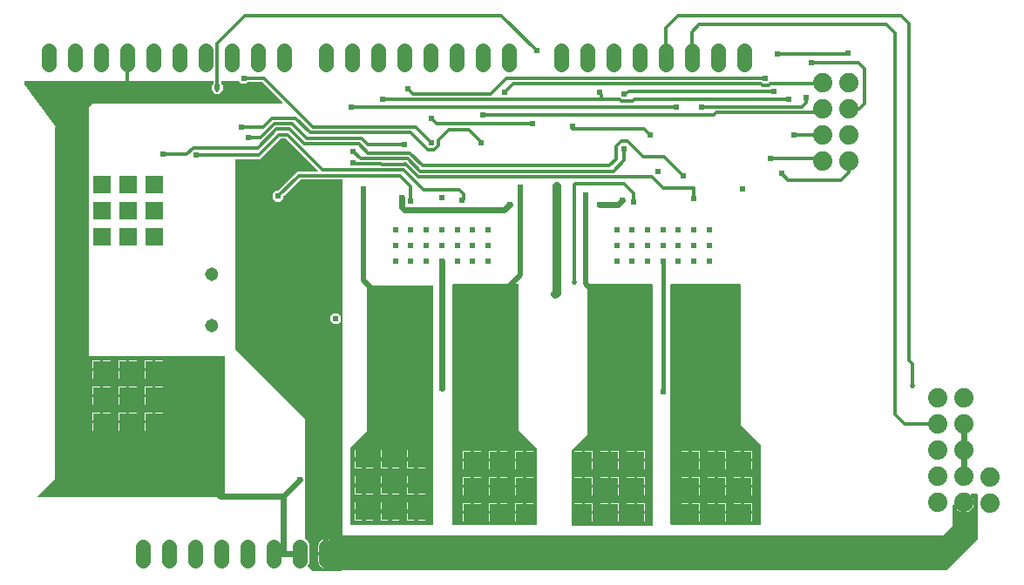
<source format=gbr>
G04 EAGLE Gerber RS-274X export*
G75*
%MOMM*%
%FSLAX34Y34*%
%LPD*%
%INBottom Copper*%
%IPPOS*%
%AMOC8*
5,1,8,0,0,1.08239X$1,22.5*%
G01*
%ADD10C,1.422400*%
%ADD11R,1.779778X1.779778*%
%ADD12C,1.879600*%
%ADD13C,1.304800*%
%ADD14C,0.609600*%
%ADD15C,0.609600*%
%ADD16C,0.812800*%
%ADD17C,0.304800*%
%ADD18C,0.508000*%
%ADD19C,0.525000*%
%ADD20C,0.600000*%
%ADD21C,0.406400*%

G36*
X472012Y8503D02*
X472012Y8503D01*
X472025Y8501D01*
X472109Y8523D01*
X472195Y8540D01*
X472205Y8548D01*
X472217Y8551D01*
X472353Y8647D01*
X472707Y9001D01*
X1060000Y9001D01*
X1060095Y9014D01*
X1060191Y9019D01*
X1060234Y9034D01*
X1060279Y9041D01*
X1060367Y9080D01*
X1060458Y9112D01*
X1060492Y9137D01*
X1060536Y9157D01*
X1060634Y9240D01*
X1060707Y9293D01*
X1090707Y39293D01*
X1090719Y39310D01*
X1090728Y39318D01*
X1090750Y39351D01*
X1090764Y39370D01*
X1090829Y39442D01*
X1090849Y39483D01*
X1090876Y39519D01*
X1090910Y39609D01*
X1090952Y39695D01*
X1090958Y39737D01*
X1090975Y39783D01*
X1090985Y39911D01*
X1090999Y40000D01*
X1090999Y71633D01*
X1090993Y71674D01*
X1090996Y71716D01*
X1090976Y71799D01*
X1090959Y71912D01*
X1090935Y71966D01*
X1090923Y72015D01*
X1090815Y72276D01*
X1090815Y76924D01*
X1090923Y77185D01*
X1090934Y77225D01*
X1090952Y77263D01*
X1090965Y77348D01*
X1090993Y77458D01*
X1090991Y77517D01*
X1090999Y77567D01*
X1090999Y82500D01*
X1090990Y82564D01*
X1090991Y82628D01*
X1090970Y82703D01*
X1090959Y82779D01*
X1090933Y82838D01*
X1090916Y82900D01*
X1090875Y82966D01*
X1090843Y83036D01*
X1090801Y83085D01*
X1090768Y83140D01*
X1090710Y83192D01*
X1090660Y83250D01*
X1090606Y83286D01*
X1090558Y83329D01*
X1090489Y83362D01*
X1090424Y83405D01*
X1090362Y83424D01*
X1090305Y83452D01*
X1090235Y83463D01*
X1090154Y83487D01*
X1090069Y83488D01*
X1090000Y83499D01*
X1084705Y83499D01*
X1084673Y83495D01*
X1084641Y83497D01*
X1084534Y83475D01*
X1084426Y83459D01*
X1084396Y83446D01*
X1084365Y83440D01*
X1084268Y83388D01*
X1084169Y83343D01*
X1084144Y83322D01*
X1084116Y83307D01*
X1084037Y83231D01*
X1083955Y83160D01*
X1083937Y83133D01*
X1083914Y83110D01*
X1083860Y83015D01*
X1083800Y82924D01*
X1083791Y82893D01*
X1083775Y82865D01*
X1083750Y82758D01*
X1083718Y82654D01*
X1083717Y82622D01*
X1083710Y82591D01*
X1083715Y82481D01*
X1083714Y82372D01*
X1083722Y82341D01*
X1083724Y82309D01*
X1083760Y82206D01*
X1083789Y82100D01*
X1083806Y82073D01*
X1083817Y82042D01*
X1083870Y81969D01*
X1083937Y81860D01*
X1083973Y81828D01*
X1083998Y81793D01*
X1084669Y81123D01*
X1085538Y79926D01*
X1086210Y78608D01*
X1086667Y77201D01*
X1086699Y76999D01*
X1078500Y76999D01*
X1078437Y76990D01*
X1078372Y76991D01*
X1078298Y76970D01*
X1078221Y76959D01*
X1078162Y76933D01*
X1078100Y76916D01*
X1078034Y76875D01*
X1077964Y76843D01*
X1077915Y76801D01*
X1077860Y76768D01*
X1077809Y76710D01*
X1077750Y76660D01*
X1077714Y76606D01*
X1077671Y76558D01*
X1077638Y76489D01*
X1077595Y76424D01*
X1077576Y76362D01*
X1077548Y76305D01*
X1077538Y76235D01*
X1077513Y76154D01*
X1077512Y76069D01*
X1077501Y76000D01*
X1077501Y74999D01*
X1076500Y74999D01*
X1076436Y74990D01*
X1076372Y74991D01*
X1076297Y74970D01*
X1076221Y74959D01*
X1076162Y74933D01*
X1076100Y74916D01*
X1076034Y74875D01*
X1075964Y74843D01*
X1075915Y74801D01*
X1075860Y74768D01*
X1075808Y74710D01*
X1075750Y74660D01*
X1075714Y74606D01*
X1075671Y74558D01*
X1075638Y74489D01*
X1075595Y74424D01*
X1075576Y74362D01*
X1075548Y74304D01*
X1075537Y74235D01*
X1075513Y74154D01*
X1075512Y74069D01*
X1075501Y74000D01*
X1075501Y65801D01*
X1075299Y65833D01*
X1073892Y66290D01*
X1072574Y66962D01*
X1071377Y67831D01*
X1070331Y68877D01*
X1069462Y70074D01*
X1068790Y71392D01*
X1068450Y72437D01*
X1068395Y72550D01*
X1068343Y72664D01*
X1068333Y72676D01*
X1068326Y72690D01*
X1068242Y72783D01*
X1068160Y72879D01*
X1068147Y72887D01*
X1068136Y72899D01*
X1068029Y72964D01*
X1067924Y73033D01*
X1067909Y73038D01*
X1067896Y73046D01*
X1067774Y73079D01*
X1067654Y73116D01*
X1067639Y73116D01*
X1067624Y73120D01*
X1067498Y73118D01*
X1067372Y73119D01*
X1067357Y73115D01*
X1067342Y73115D01*
X1067222Y73078D01*
X1067100Y73044D01*
X1067087Y73036D01*
X1067072Y73031D01*
X1066967Y72962D01*
X1066860Y72896D01*
X1066850Y72884D01*
X1066837Y72876D01*
X1066756Y72780D01*
X1066671Y72687D01*
X1066665Y72673D01*
X1066654Y72661D01*
X1066603Y72546D01*
X1066548Y72433D01*
X1066546Y72418D01*
X1066539Y72403D01*
X1066506Y72162D01*
X1066501Y72128D01*
X1066501Y52914D01*
X1057086Y43499D01*
X473499Y43499D01*
X473499Y388690D01*
X473498Y388698D01*
X473499Y388707D01*
X473478Y388795D01*
X473460Y388885D01*
X473455Y388892D01*
X473453Y388900D01*
X473399Y388973D01*
X473347Y389049D01*
X473340Y389053D01*
X473335Y389060D01*
X473257Y389107D01*
X473180Y389156D01*
X473171Y389157D01*
X473164Y389162D01*
X473000Y389189D01*
X432785Y389189D01*
X432773Y389187D01*
X432760Y389189D01*
X432676Y389167D01*
X432590Y389150D01*
X432580Y389143D01*
X432568Y389139D01*
X432432Y389043D01*
X416481Y373092D01*
X416474Y373081D01*
X416464Y373074D01*
X416419Y372999D01*
X416371Y372926D01*
X416369Y372914D01*
X416362Y372903D01*
X416335Y372739D01*
X416335Y370790D01*
X413210Y367665D01*
X408790Y367665D01*
X405665Y370790D01*
X405665Y375210D01*
X408790Y378335D01*
X410739Y378335D01*
X410751Y378337D01*
X410764Y378335D01*
X410848Y378357D01*
X410934Y378374D01*
X410944Y378381D01*
X410956Y378385D01*
X411092Y378481D01*
X429422Y396811D01*
X449595Y396811D01*
X449599Y396812D01*
X449603Y396811D01*
X449696Y396831D01*
X449790Y396850D01*
X449793Y396853D01*
X449797Y396854D01*
X449875Y396909D01*
X449954Y396963D01*
X449956Y396966D01*
X449959Y396969D01*
X450009Y397050D01*
X450061Y397130D01*
X450061Y397135D01*
X450064Y397138D01*
X450078Y397232D01*
X450094Y397327D01*
X450093Y397331D01*
X450093Y397335D01*
X450070Y397427D01*
X450048Y397520D01*
X450045Y397523D01*
X450044Y397527D01*
X449948Y397663D01*
X418710Y428901D01*
X418702Y428906D01*
X418697Y428913D01*
X418695Y428914D01*
X418692Y428918D01*
X418617Y428963D01*
X418544Y429011D01*
X418532Y429013D01*
X418521Y429020D01*
X418357Y429047D01*
X413643Y429047D01*
X413631Y429045D01*
X413618Y429047D01*
X413534Y429025D01*
X413448Y429008D01*
X413438Y429001D01*
X413426Y428997D01*
X413290Y428901D01*
X393578Y409189D01*
X370000Y409189D01*
X369992Y409188D01*
X369983Y409189D01*
X369895Y409168D01*
X369805Y409150D01*
X369798Y409145D01*
X369790Y409143D01*
X369717Y409089D01*
X369641Y409037D01*
X369637Y409030D01*
X369630Y409025D01*
X369583Y408947D01*
X369534Y408870D01*
X369533Y408861D01*
X369528Y408854D01*
X369501Y408690D01*
X369501Y225000D01*
X369503Y224988D01*
X369501Y224975D01*
X369523Y224891D01*
X369540Y224805D01*
X369548Y224795D01*
X369551Y224783D01*
X369647Y224647D01*
X437501Y156793D01*
X437501Y40310D01*
X437503Y40297D01*
X437501Y40285D01*
X437523Y40201D01*
X437540Y40115D01*
X437548Y40105D01*
X437551Y40092D01*
X437647Y39957D01*
X439768Y37836D01*
X441199Y34382D01*
X441199Y16418D01*
X440060Y13670D01*
X440058Y13659D01*
X440053Y13650D01*
X440039Y13562D01*
X440022Y13474D01*
X440024Y13464D01*
X440023Y13454D01*
X440045Y13367D01*
X440063Y13280D01*
X440069Y13271D01*
X440072Y13261D01*
X440168Y13126D01*
X444647Y8647D01*
X444658Y8640D01*
X444665Y8630D01*
X444740Y8586D01*
X444813Y8537D01*
X444825Y8535D01*
X444836Y8528D01*
X445000Y8501D01*
X472000Y8501D01*
X472012Y8503D01*
G37*
G36*
X359008Y80502D02*
X359008Y80502D01*
X359017Y80501D01*
X359105Y80522D01*
X359195Y80540D01*
X359202Y80545D01*
X359210Y80547D01*
X359283Y80601D01*
X359359Y80653D01*
X359363Y80660D01*
X359370Y80665D01*
X359417Y80743D01*
X359466Y80820D01*
X359467Y80829D01*
X359472Y80836D01*
X359499Y81000D01*
X359499Y217000D01*
X359498Y217008D01*
X359499Y217017D01*
X359478Y217105D01*
X359460Y217195D01*
X359455Y217202D01*
X359453Y217210D01*
X359399Y217283D01*
X359347Y217359D01*
X359340Y217363D01*
X359335Y217370D01*
X359257Y217417D01*
X359180Y217466D01*
X359171Y217467D01*
X359164Y217472D01*
X359000Y217499D01*
X228207Y217499D01*
X227499Y218207D01*
X227499Y459793D01*
X231207Y463501D01*
X414905Y463501D01*
X414909Y463502D01*
X414913Y463501D01*
X415006Y463521D01*
X415100Y463540D01*
X415103Y463543D01*
X415107Y463544D01*
X415185Y463599D01*
X415264Y463653D01*
X415266Y463656D01*
X415269Y463659D01*
X415319Y463740D01*
X415371Y463820D01*
X415371Y463825D01*
X415374Y463828D01*
X415388Y463922D01*
X415404Y464017D01*
X415403Y464021D01*
X415403Y464025D01*
X415380Y464117D01*
X415358Y464210D01*
X415355Y464213D01*
X415354Y464217D01*
X415258Y464353D01*
X395568Y484043D01*
X395557Y484050D01*
X395550Y484060D01*
X395475Y484105D01*
X395402Y484153D01*
X395390Y484155D01*
X395379Y484162D01*
X395215Y484189D01*
X381941Y484189D01*
X381928Y484187D01*
X381916Y484189D01*
X381831Y484167D01*
X381746Y484150D01*
X381735Y484143D01*
X381723Y484139D01*
X381587Y484043D01*
X380210Y482665D01*
X375790Y482665D01*
X373103Y485353D01*
X373092Y485360D01*
X373085Y485370D01*
X373010Y485414D01*
X372937Y485463D01*
X372924Y485465D01*
X372914Y485472D01*
X372750Y485499D01*
X356310Y485499D01*
X356302Y485498D01*
X356293Y485499D01*
X356205Y485478D01*
X356115Y485460D01*
X356108Y485455D01*
X356100Y485453D01*
X356027Y485399D01*
X355951Y485347D01*
X355947Y485340D01*
X355940Y485335D01*
X355893Y485257D01*
X355844Y485180D01*
X355843Y485171D01*
X355838Y485164D01*
X355811Y485000D01*
X355811Y482941D01*
X355813Y482928D01*
X355811Y482916D01*
X355833Y482831D01*
X355850Y482746D01*
X355857Y482735D01*
X355861Y482723D01*
X355957Y482587D01*
X357335Y481210D01*
X357335Y476790D01*
X355957Y475413D01*
X355950Y475402D01*
X355940Y475395D01*
X355895Y475320D01*
X355847Y475247D01*
X355845Y475234D01*
X355838Y475224D01*
X355811Y475059D01*
X355811Y474422D01*
X353578Y472189D01*
X350422Y472189D01*
X348189Y474422D01*
X348189Y475059D01*
X348187Y475072D01*
X348189Y475084D01*
X348167Y475169D01*
X348150Y475254D01*
X348143Y475265D01*
X348139Y475277D01*
X348043Y475413D01*
X346665Y476790D01*
X346665Y481210D01*
X348043Y482587D01*
X348050Y482598D01*
X348060Y482605D01*
X348105Y482680D01*
X348153Y482753D01*
X348155Y482766D01*
X348162Y482776D01*
X348189Y482941D01*
X348189Y485000D01*
X348188Y485008D01*
X348189Y485017D01*
X348168Y485105D01*
X348150Y485195D01*
X348145Y485202D01*
X348143Y485210D01*
X348089Y485283D01*
X348037Y485359D01*
X348030Y485363D01*
X348025Y485370D01*
X347947Y485417D01*
X347870Y485466D01*
X347861Y485467D01*
X347854Y485472D01*
X347690Y485499D01*
X165064Y485499D01*
X165056Y485498D01*
X165047Y485499D01*
X164959Y485478D01*
X164869Y485460D01*
X164862Y485455D01*
X164854Y485453D01*
X164781Y485399D01*
X164705Y485347D01*
X164701Y485340D01*
X164694Y485335D01*
X164647Y485257D01*
X164598Y485180D01*
X164597Y485171D01*
X164592Y485164D01*
X164565Y485000D01*
X164565Y481688D01*
X164580Y481613D01*
X164588Y481536D01*
X164600Y481513D01*
X164604Y481493D01*
X164630Y481456D01*
X164665Y481388D01*
X193436Y443027D01*
X193459Y443006D01*
X193482Y442973D01*
X194565Y441891D01*
X194565Y441688D01*
X194580Y441613D01*
X194588Y441536D01*
X194600Y441513D01*
X194604Y441493D01*
X194630Y441456D01*
X194665Y441388D01*
X194786Y441226D01*
X194570Y439711D01*
X194572Y439680D01*
X194565Y439640D01*
X194565Y98109D01*
X177809Y81353D01*
X177806Y81349D01*
X177803Y81347D01*
X177752Y81267D01*
X177699Y81187D01*
X177698Y81183D01*
X177696Y81180D01*
X177680Y81086D01*
X177662Y80992D01*
X177663Y80988D01*
X177663Y80983D01*
X177684Y80892D01*
X177705Y80798D01*
X177708Y80794D01*
X177709Y80790D01*
X177765Y80714D01*
X177820Y80636D01*
X177824Y80633D01*
X177826Y80630D01*
X177908Y80581D01*
X177990Y80531D01*
X177994Y80531D01*
X177998Y80528D01*
X178162Y80501D01*
X359000Y80501D01*
X359008Y80502D01*
G37*
G36*
X879020Y53242D02*
X879020Y53242D01*
X879039Y53240D01*
X879141Y53262D01*
X879243Y53279D01*
X879260Y53288D01*
X879280Y53292D01*
X879369Y53345D01*
X879460Y53394D01*
X879474Y53408D01*
X879491Y53418D01*
X879558Y53497D01*
X879630Y53572D01*
X879638Y53590D01*
X879651Y53605D01*
X879690Y53701D01*
X879733Y53795D01*
X879735Y53815D01*
X879743Y53833D01*
X879761Y54000D01*
X879761Y131000D01*
X879747Y131090D01*
X879739Y131181D01*
X879727Y131211D01*
X879722Y131243D01*
X879679Y131323D01*
X879643Y131407D01*
X879617Y131439D01*
X879606Y131460D01*
X879583Y131482D01*
X879538Y131538D01*
X860761Y150315D01*
X860761Y286000D01*
X860747Y286090D01*
X860739Y286181D01*
X860727Y286211D01*
X860722Y286243D01*
X860679Y286323D01*
X860643Y286407D01*
X860617Y286439D01*
X860606Y286460D01*
X860583Y286482D01*
X860538Y286538D01*
X859538Y287538D01*
X859464Y287591D01*
X859395Y287651D01*
X859365Y287663D01*
X859339Y287682D01*
X859252Y287709D01*
X859167Y287743D01*
X859126Y287747D01*
X859103Y287754D01*
X859071Y287753D01*
X859000Y287761D01*
X793000Y287761D01*
X792980Y287758D01*
X792961Y287760D01*
X792859Y287738D01*
X792757Y287722D01*
X792740Y287712D01*
X792720Y287708D01*
X792631Y287655D01*
X792540Y287606D01*
X792526Y287592D01*
X792509Y287582D01*
X792442Y287503D01*
X792371Y287428D01*
X792362Y287410D01*
X792349Y287395D01*
X792310Y287299D01*
X792267Y287205D01*
X792265Y287185D01*
X792257Y287167D01*
X792239Y287000D01*
X792239Y55000D01*
X792254Y54910D01*
X792261Y54819D01*
X792273Y54789D01*
X792279Y54757D01*
X792321Y54677D01*
X792357Y54593D01*
X792383Y54561D01*
X792394Y54540D01*
X792417Y54518D01*
X792462Y54462D01*
X793462Y53462D01*
X793536Y53409D01*
X793605Y53349D01*
X793635Y53337D01*
X793661Y53318D01*
X793748Y53291D01*
X793833Y53257D01*
X793874Y53253D01*
X793897Y53246D01*
X793929Y53247D01*
X794000Y53239D01*
X879000Y53239D01*
X879020Y53242D01*
G37*
G36*
X662020Y53242D02*
X662020Y53242D01*
X662039Y53240D01*
X662141Y53262D01*
X662243Y53279D01*
X662260Y53288D01*
X662280Y53292D01*
X662369Y53345D01*
X662460Y53394D01*
X662474Y53408D01*
X662491Y53418D01*
X662558Y53497D01*
X662630Y53572D01*
X662638Y53590D01*
X662651Y53605D01*
X662690Y53701D01*
X662733Y53795D01*
X662735Y53815D01*
X662743Y53833D01*
X662761Y54000D01*
X662761Y127000D01*
X662747Y127090D01*
X662739Y127181D01*
X662727Y127211D01*
X662722Y127243D01*
X662679Y127323D01*
X662643Y127407D01*
X662617Y127439D01*
X662606Y127460D01*
X662583Y127482D01*
X662538Y127538D01*
X644761Y145315D01*
X644761Y287000D01*
X644758Y287020D01*
X644760Y287039D01*
X644738Y287141D01*
X644722Y287243D01*
X644712Y287260D01*
X644708Y287280D01*
X644655Y287369D01*
X644606Y287460D01*
X644592Y287474D01*
X644582Y287491D01*
X644503Y287558D01*
X644428Y287630D01*
X644410Y287638D01*
X644395Y287651D01*
X644299Y287690D01*
X644205Y287733D01*
X644185Y287735D01*
X644167Y287743D01*
X644000Y287761D01*
X582000Y287761D01*
X581910Y287747D01*
X581819Y287739D01*
X581789Y287727D01*
X581757Y287722D01*
X581677Y287679D01*
X581593Y287643D01*
X581561Y287617D01*
X581540Y287606D01*
X581518Y287583D01*
X581462Y287538D01*
X580462Y286538D01*
X580409Y286464D01*
X580349Y286395D01*
X580337Y286365D01*
X580318Y286339D01*
X580291Y286252D01*
X580257Y286167D01*
X580253Y286126D01*
X580246Y286103D01*
X580247Y286071D01*
X580239Y286000D01*
X580239Y54000D01*
X580242Y53980D01*
X580240Y53961D01*
X580262Y53859D01*
X580279Y53757D01*
X580288Y53740D01*
X580292Y53720D01*
X580345Y53631D01*
X580394Y53540D01*
X580408Y53526D01*
X580418Y53509D01*
X580497Y53442D01*
X580572Y53371D01*
X580590Y53362D01*
X580605Y53349D01*
X580701Y53310D01*
X580795Y53267D01*
X580815Y53265D01*
X580833Y53257D01*
X581000Y53239D01*
X662000Y53239D01*
X662020Y53242D01*
G37*
G36*
X561058Y52993D02*
X561058Y52993D01*
X561116Y52991D01*
X561198Y53013D01*
X561282Y53025D01*
X561335Y53049D01*
X561391Y53063D01*
X561464Y53106D01*
X561541Y53141D01*
X561586Y53179D01*
X561636Y53209D01*
X561694Y53270D01*
X561758Y53325D01*
X561790Y53373D01*
X561830Y53416D01*
X561869Y53491D01*
X561916Y53561D01*
X561933Y53617D01*
X561960Y53669D01*
X561971Y53737D01*
X562001Y53832D01*
X562004Y53932D01*
X562015Y54000D01*
X562015Y285000D01*
X562007Y285058D01*
X562009Y285116D01*
X561987Y285198D01*
X561975Y285282D01*
X561952Y285335D01*
X561937Y285391D01*
X561894Y285464D01*
X561859Y285541D01*
X561821Y285586D01*
X561792Y285636D01*
X561730Y285694D01*
X561676Y285758D01*
X561627Y285790D01*
X561584Y285830D01*
X561509Y285869D01*
X561439Y285916D01*
X561383Y285933D01*
X561331Y285960D01*
X561263Y285971D01*
X561168Y286001D01*
X561068Y286004D01*
X561000Y286015D01*
X498000Y286015D01*
X497942Y286007D01*
X497884Y286009D01*
X497802Y285987D01*
X497719Y285975D01*
X497665Y285952D01*
X497609Y285937D01*
X497536Y285894D01*
X497459Y285859D01*
X497414Y285821D01*
X497364Y285792D01*
X497306Y285730D01*
X497242Y285676D01*
X497210Y285627D01*
X497170Y285584D01*
X497131Y285509D01*
X497085Y285439D01*
X497067Y285383D01*
X497040Y285331D01*
X497029Y285263D01*
X496999Y285168D01*
X496996Y285068D01*
X496985Y285000D01*
X496985Y144421D01*
X481282Y128718D01*
X481230Y128648D01*
X481170Y128584D01*
X481144Y128535D01*
X481111Y128491D01*
X481080Y128409D01*
X481040Y128331D01*
X481032Y128284D01*
X481010Y128225D01*
X480998Y128077D01*
X480985Y128000D01*
X480985Y54000D01*
X480993Y53942D01*
X480991Y53884D01*
X481013Y53802D01*
X481025Y53719D01*
X481049Y53665D01*
X481063Y53609D01*
X481106Y53536D01*
X481141Y53459D01*
X481179Y53414D01*
X481209Y53364D01*
X481270Y53306D01*
X481325Y53242D01*
X481373Y53210D01*
X481416Y53170D01*
X481491Y53131D01*
X481561Y53085D01*
X481617Y53067D01*
X481669Y53040D01*
X481737Y53029D01*
X481832Y52999D01*
X481932Y52996D01*
X482000Y52985D01*
X561000Y52985D01*
X561058Y52993D01*
G37*
G36*
X774020Y52242D02*
X774020Y52242D01*
X774039Y52240D01*
X774141Y52262D01*
X774243Y52279D01*
X774260Y52288D01*
X774280Y52292D01*
X774369Y52345D01*
X774460Y52394D01*
X774474Y52408D01*
X774491Y52418D01*
X774558Y52497D01*
X774630Y52572D01*
X774638Y52590D01*
X774651Y52605D01*
X774690Y52701D01*
X774733Y52795D01*
X774735Y52815D01*
X774743Y52833D01*
X774761Y53000D01*
X774761Y287000D01*
X774758Y287020D01*
X774760Y287039D01*
X774738Y287141D01*
X774722Y287243D01*
X774712Y287260D01*
X774708Y287280D01*
X774655Y287369D01*
X774606Y287460D01*
X774592Y287474D01*
X774582Y287491D01*
X774503Y287558D01*
X774428Y287630D01*
X774410Y287638D01*
X774395Y287651D01*
X774299Y287690D01*
X774205Y287733D01*
X774185Y287735D01*
X774167Y287743D01*
X774000Y287761D01*
X712000Y287761D01*
X711980Y287758D01*
X711961Y287760D01*
X711859Y287738D01*
X711757Y287722D01*
X711740Y287712D01*
X711720Y287708D01*
X711631Y287655D01*
X711540Y287606D01*
X711526Y287592D01*
X711509Y287582D01*
X711442Y287503D01*
X711371Y287428D01*
X711362Y287410D01*
X711349Y287395D01*
X711310Y287299D01*
X711267Y287205D01*
X711265Y287185D01*
X711257Y287167D01*
X711239Y287000D01*
X711239Y141315D01*
X696462Y126538D01*
X696409Y126464D01*
X696349Y126395D01*
X696337Y126365D01*
X696318Y126339D01*
X696291Y126252D01*
X696257Y126167D01*
X696253Y126126D01*
X696246Y126103D01*
X696247Y126071D01*
X696239Y126000D01*
X696239Y54000D01*
X696254Y53910D01*
X696261Y53819D01*
X696273Y53789D01*
X696279Y53757D01*
X696321Y53677D01*
X696357Y53593D01*
X696383Y53561D01*
X696394Y53540D01*
X696417Y53518D01*
X696462Y53462D01*
X697462Y52462D01*
X697536Y52409D01*
X697605Y52349D01*
X697635Y52337D01*
X697661Y52318D01*
X697748Y52291D01*
X697833Y52257D01*
X697874Y52253D01*
X697897Y52246D01*
X697929Y52247D01*
X698000Y52239D01*
X774000Y52239D01*
X774020Y52242D01*
G37*
%LPC*%
G36*
X464790Y248665D02*
X464790Y248665D01*
X461665Y251790D01*
X461665Y256210D01*
X464790Y259335D01*
X469210Y259335D01*
X472335Y256210D01*
X472335Y251790D01*
X469210Y248665D01*
X464790Y248665D01*
G37*
%LPD*%
%LPC*%
G36*
X291399Y205399D02*
X291399Y205399D01*
X291399Y213300D01*
X299299Y213300D01*
X299300Y213299D01*
X299300Y205399D01*
X291399Y205399D01*
G37*
%LPD*%
%LPC*%
G36*
X265999Y154599D02*
X265999Y154599D01*
X265999Y162500D01*
X273899Y162500D01*
X273900Y162499D01*
X273900Y154599D01*
X265999Y154599D01*
G37*
%LPD*%
%LPC*%
G36*
X265999Y205399D02*
X265999Y205399D01*
X265999Y213300D01*
X273899Y213300D01*
X273900Y213299D01*
X273900Y205399D01*
X265999Y205399D01*
G37*
%LPD*%
%LPC*%
G36*
X291399Y154599D02*
X291399Y154599D01*
X291399Y162500D01*
X299299Y162500D01*
X299300Y162499D01*
X299300Y154599D01*
X291399Y154599D01*
G37*
%LPD*%
%LPC*%
G36*
X240599Y205399D02*
X240599Y205399D01*
X240599Y213300D01*
X248499Y213300D01*
X248500Y213299D01*
X248500Y205399D01*
X240599Y205399D01*
G37*
%LPD*%
%LPC*%
G36*
X240599Y154599D02*
X240599Y154599D01*
X240599Y162500D01*
X248499Y162500D01*
X248500Y162499D01*
X248500Y154599D01*
X240599Y154599D01*
G37*
%LPD*%
%LPC*%
G36*
X291399Y179999D02*
X291399Y179999D01*
X291399Y187900D01*
X299299Y187900D01*
X299300Y187899D01*
X299300Y179999D01*
X291399Y179999D01*
G37*
%LPD*%
%LPC*%
G36*
X265999Y179999D02*
X265999Y179999D01*
X265999Y187900D01*
X273899Y187900D01*
X273900Y187899D01*
X273900Y179999D01*
X265999Y179999D01*
G37*
%LPD*%
%LPC*%
G36*
X240599Y179999D02*
X240599Y179999D01*
X240599Y187900D01*
X248499Y187900D01*
X248500Y187899D01*
X248500Y179999D01*
X240599Y179999D01*
G37*
%LPD*%
%LPC*%
G36*
X256100Y154599D02*
X256100Y154599D01*
X256100Y162499D01*
X256101Y162500D01*
X264001Y162500D01*
X264001Y154599D01*
X256100Y154599D01*
G37*
%LPD*%
%LPC*%
G36*
X281500Y205399D02*
X281500Y205399D01*
X281500Y213299D01*
X281501Y213300D01*
X289401Y213300D01*
X289401Y205399D01*
X281500Y205399D01*
G37*
%LPD*%
%LPC*%
G36*
X281500Y154599D02*
X281500Y154599D01*
X281500Y162499D01*
X281501Y162500D01*
X289401Y162500D01*
X289401Y154599D01*
X281500Y154599D01*
G37*
%LPD*%
%LPC*%
G36*
X230700Y154599D02*
X230700Y154599D01*
X230700Y162499D01*
X230701Y162500D01*
X238601Y162500D01*
X238601Y154599D01*
X230700Y154599D01*
G37*
%LPD*%
%LPC*%
G36*
X256100Y205399D02*
X256100Y205399D01*
X256100Y213299D01*
X256101Y213300D01*
X264001Y213300D01*
X264001Y205399D01*
X256100Y205399D01*
G37*
%LPD*%
%LPC*%
G36*
X230700Y205399D02*
X230700Y205399D01*
X230700Y213299D01*
X230701Y213300D01*
X238601Y213300D01*
X238601Y205399D01*
X230700Y205399D01*
G37*
%LPD*%
%LPC*%
G36*
X230700Y179999D02*
X230700Y179999D01*
X230700Y187899D01*
X230701Y187900D01*
X238601Y187900D01*
X238601Y179999D01*
X230700Y179999D01*
G37*
%LPD*%
%LPC*%
G36*
X281500Y179999D02*
X281500Y179999D01*
X281500Y187899D01*
X281501Y187900D01*
X289401Y187900D01*
X289401Y179999D01*
X281500Y179999D01*
G37*
%LPD*%
%LPC*%
G36*
X256100Y179999D02*
X256100Y179999D01*
X256100Y187899D01*
X256101Y187900D01*
X264001Y187900D01*
X264001Y179999D01*
X256100Y179999D01*
G37*
%LPD*%
%LPC*%
G36*
X265999Y195500D02*
X265999Y195500D01*
X265999Y203401D01*
X273900Y203401D01*
X273900Y195501D01*
X273899Y195500D01*
X265999Y195500D01*
G37*
%LPD*%
%LPC*%
G36*
X291399Y144700D02*
X291399Y144700D01*
X291399Y152601D01*
X299300Y152601D01*
X299300Y144701D01*
X299299Y144700D01*
X291399Y144700D01*
G37*
%LPD*%
%LPC*%
G36*
X240599Y144700D02*
X240599Y144700D01*
X240599Y152601D01*
X248500Y152601D01*
X248500Y144701D01*
X248499Y144700D01*
X240599Y144700D01*
G37*
%LPD*%
%LPC*%
G36*
X265999Y144700D02*
X265999Y144700D01*
X265999Y152601D01*
X273900Y152601D01*
X273900Y144701D01*
X273899Y144700D01*
X265999Y144700D01*
G37*
%LPD*%
%LPC*%
G36*
X291399Y195500D02*
X291399Y195500D01*
X291399Y203401D01*
X299300Y203401D01*
X299300Y195501D01*
X299299Y195500D01*
X291399Y195500D01*
G37*
%LPD*%
%LPC*%
G36*
X240599Y195500D02*
X240599Y195500D01*
X240599Y203401D01*
X248500Y203401D01*
X248500Y195501D01*
X248499Y195500D01*
X240599Y195500D01*
G37*
%LPD*%
%LPC*%
G36*
X291399Y170100D02*
X291399Y170100D01*
X291399Y178001D01*
X299300Y178001D01*
X299300Y170101D01*
X299299Y170100D01*
X291399Y170100D01*
G37*
%LPD*%
%LPC*%
G36*
X240599Y170100D02*
X240599Y170100D01*
X240599Y178001D01*
X248500Y178001D01*
X248500Y170101D01*
X248499Y170100D01*
X240599Y170100D01*
G37*
%LPD*%
%LPC*%
G36*
X265999Y170100D02*
X265999Y170100D01*
X265999Y178001D01*
X273900Y178001D01*
X273900Y170101D01*
X273899Y170100D01*
X265999Y170100D01*
G37*
%LPD*%
%LPC*%
G36*
X256101Y170100D02*
X256101Y170100D01*
X256100Y170101D01*
X256100Y178001D01*
X264001Y178001D01*
X264001Y170100D01*
X256101Y170100D01*
G37*
%LPD*%
%LPC*%
G36*
X281501Y170100D02*
X281501Y170100D01*
X281500Y170101D01*
X281500Y178001D01*
X289401Y178001D01*
X289401Y170100D01*
X281501Y170100D01*
G37*
%LPD*%
%LPC*%
G36*
X230701Y170100D02*
X230701Y170100D01*
X230700Y170101D01*
X230700Y178001D01*
X238601Y178001D01*
X238601Y170100D01*
X230701Y170100D01*
G37*
%LPD*%
%LPC*%
G36*
X281501Y195500D02*
X281501Y195500D01*
X281500Y195501D01*
X281500Y203401D01*
X289401Y203401D01*
X289401Y195500D01*
X281501Y195500D01*
G37*
%LPD*%
%LPC*%
G36*
X256101Y195500D02*
X256101Y195500D01*
X256100Y195501D01*
X256100Y203401D01*
X264001Y203401D01*
X264001Y195500D01*
X256101Y195500D01*
G37*
%LPD*%
%LPC*%
G36*
X230701Y144700D02*
X230701Y144700D01*
X230700Y144701D01*
X230700Y152601D01*
X238601Y152601D01*
X238601Y144700D01*
X230701Y144700D01*
G37*
%LPD*%
%LPC*%
G36*
X256101Y144700D02*
X256101Y144700D01*
X256100Y144701D01*
X256100Y152601D01*
X264001Y152601D01*
X264001Y144700D01*
X256101Y144700D01*
G37*
%LPD*%
%LPC*%
G36*
X281501Y144700D02*
X281501Y144700D01*
X281500Y144701D01*
X281500Y152601D01*
X289401Y152601D01*
X289401Y144700D01*
X281501Y144700D01*
G37*
%LPD*%
%LPC*%
G36*
X230701Y195500D02*
X230701Y195500D01*
X230700Y195501D01*
X230700Y203401D01*
X238601Y203401D01*
X238601Y195500D01*
X230701Y195500D01*
G37*
%LPD*%
%LPC*%
G36*
X626523Y92523D02*
X626523Y92523D01*
X626523Y99900D01*
X633899Y99900D01*
X633899Y99899D01*
X633900Y99899D01*
X633900Y92523D01*
X626523Y92523D01*
G37*
%LPD*%
%LPC*%
G36*
X813123Y67123D02*
X813123Y67123D01*
X813123Y74500D01*
X820499Y74500D01*
X820499Y74499D01*
X820500Y74499D01*
X820500Y67123D01*
X813123Y67123D01*
G37*
%LPD*%
%LPC*%
G36*
X626523Y67123D02*
X626523Y67123D01*
X626523Y74500D01*
X633899Y74500D01*
X633899Y74499D01*
X633900Y74499D01*
X633900Y67123D01*
X626523Y67123D01*
G37*
%LPD*%
%LPC*%
G36*
X838523Y67123D02*
X838523Y67123D01*
X838523Y74500D01*
X845899Y74500D01*
X845899Y74499D01*
X845900Y74499D01*
X845900Y67123D01*
X838523Y67123D01*
G37*
%LPD*%
%LPC*%
G36*
X651923Y67123D02*
X651923Y67123D01*
X651923Y74500D01*
X659299Y74500D01*
X659299Y74499D01*
X659300Y74499D01*
X659300Y67123D01*
X651923Y67123D01*
G37*
%LPD*%
%LPC*%
G36*
X863923Y67123D02*
X863923Y67123D01*
X863923Y74500D01*
X871299Y74500D01*
X871299Y74499D01*
X871300Y74499D01*
X871300Y67123D01*
X863923Y67123D01*
G37*
%LPD*%
%LPC*%
G36*
X601123Y67123D02*
X601123Y67123D01*
X601123Y74500D01*
X608499Y74500D01*
X608499Y74499D01*
X608500Y74499D01*
X608500Y67123D01*
X601123Y67123D01*
G37*
%LPD*%
%LPC*%
G36*
X759923Y67123D02*
X759923Y67123D01*
X759923Y74500D01*
X767299Y74500D01*
X767299Y74499D01*
X767300Y74499D01*
X767300Y67123D01*
X759923Y67123D01*
G37*
%LPD*%
%LPC*%
G36*
X734523Y67123D02*
X734523Y67123D01*
X734523Y74500D01*
X741899Y74500D01*
X741899Y74499D01*
X741900Y74499D01*
X741900Y67123D01*
X734523Y67123D01*
G37*
%LPD*%
%LPC*%
G36*
X709123Y67123D02*
X709123Y67123D01*
X709123Y74500D01*
X716499Y74500D01*
X716499Y74499D01*
X716500Y74499D01*
X716500Y67123D01*
X709123Y67123D01*
G37*
%LPD*%
%LPC*%
G36*
X709123Y92523D02*
X709123Y92523D01*
X709123Y99900D01*
X716499Y99900D01*
X716499Y99899D01*
X716500Y99899D01*
X716500Y92523D01*
X709123Y92523D01*
G37*
%LPD*%
%LPC*%
G36*
X759923Y92523D02*
X759923Y92523D01*
X759923Y99900D01*
X767299Y99900D01*
X767299Y99899D01*
X767300Y99899D01*
X767300Y92523D01*
X759923Y92523D01*
G37*
%LPD*%
%LPC*%
G36*
X601123Y92523D02*
X601123Y92523D01*
X601123Y99900D01*
X608499Y99900D01*
X608499Y99899D01*
X608500Y99899D01*
X608500Y92523D01*
X601123Y92523D01*
G37*
%LPD*%
%LPC*%
G36*
X863923Y92523D02*
X863923Y92523D01*
X863923Y99900D01*
X871299Y99900D01*
X871299Y99899D01*
X871300Y99899D01*
X871300Y92523D01*
X863923Y92523D01*
G37*
%LPD*%
%LPC*%
G36*
X838523Y92523D02*
X838523Y92523D01*
X838523Y99900D01*
X845899Y99900D01*
X845899Y99899D01*
X845900Y99899D01*
X845900Y92523D01*
X838523Y92523D01*
G37*
%LPD*%
%LPC*%
G36*
X813123Y92523D02*
X813123Y92523D01*
X813123Y99900D01*
X820499Y99900D01*
X820499Y99899D01*
X820500Y99899D01*
X820500Y92523D01*
X813123Y92523D01*
G37*
%LPD*%
%LPC*%
G36*
X759923Y117923D02*
X759923Y117923D01*
X759923Y125300D01*
X767299Y125300D01*
X767299Y125299D01*
X767300Y125299D01*
X767300Y117923D01*
X759923Y117923D01*
G37*
%LPD*%
%LPC*%
G36*
X709123Y117923D02*
X709123Y117923D01*
X709123Y125300D01*
X716499Y125300D01*
X716499Y125299D01*
X716500Y125299D01*
X716500Y117923D01*
X709123Y117923D01*
G37*
%LPD*%
%LPC*%
G36*
X651923Y117923D02*
X651923Y117923D01*
X651923Y125300D01*
X659299Y125300D01*
X659299Y125299D01*
X659300Y125299D01*
X659300Y117923D01*
X651923Y117923D01*
G37*
%LPD*%
%LPC*%
G36*
X863923Y117923D02*
X863923Y117923D01*
X863923Y125300D01*
X871299Y125300D01*
X871299Y125299D01*
X871300Y125299D01*
X871300Y117923D01*
X863923Y117923D01*
G37*
%LPD*%
%LPC*%
G36*
X651923Y92523D02*
X651923Y92523D01*
X651923Y99900D01*
X659299Y99900D01*
X659299Y99899D01*
X659300Y99899D01*
X659300Y92523D01*
X651923Y92523D01*
G37*
%LPD*%
%LPC*%
G36*
X838523Y117923D02*
X838523Y117923D01*
X838523Y125300D01*
X845899Y125300D01*
X845899Y125299D01*
X845900Y125299D01*
X845900Y117923D01*
X838523Y117923D01*
G37*
%LPD*%
%LPC*%
G36*
X734523Y92523D02*
X734523Y92523D01*
X734523Y99900D01*
X741899Y99900D01*
X741899Y99899D01*
X741900Y99899D01*
X741900Y92523D01*
X734523Y92523D01*
G37*
%LPD*%
%LPC*%
G36*
X813123Y117923D02*
X813123Y117923D01*
X813123Y125300D01*
X820499Y125300D01*
X820499Y125299D01*
X820500Y125299D01*
X820500Y117923D01*
X813123Y117923D01*
G37*
%LPD*%
%LPC*%
G36*
X626523Y117923D02*
X626523Y117923D01*
X626523Y125300D01*
X633899Y125300D01*
X633899Y125299D01*
X633900Y125299D01*
X633900Y117923D01*
X626523Y117923D01*
G37*
%LPD*%
%LPC*%
G36*
X734523Y117923D02*
X734523Y117923D01*
X734523Y125300D01*
X741899Y125300D01*
X741899Y125299D01*
X741900Y125299D01*
X741900Y117923D01*
X734523Y117923D01*
G37*
%LPD*%
%LPC*%
G36*
X601123Y117923D02*
X601123Y117923D01*
X601123Y125300D01*
X608499Y125300D01*
X608499Y125299D01*
X608500Y125299D01*
X608500Y117923D01*
X601123Y117923D01*
G37*
%LPD*%
%LPC*%
G36*
X698700Y117923D02*
X698700Y117923D01*
X698700Y125299D01*
X698701Y125299D01*
X698701Y125300D01*
X706077Y125300D01*
X706077Y117923D01*
X698700Y117923D01*
G37*
%LPD*%
%LPC*%
G36*
X590700Y117923D02*
X590700Y117923D01*
X590700Y125299D01*
X590701Y125299D01*
X590701Y125300D01*
X598077Y125300D01*
X598077Y117923D01*
X590700Y117923D01*
G37*
%LPD*%
%LPC*%
G36*
X724100Y117923D02*
X724100Y117923D01*
X724100Y125299D01*
X724101Y125299D01*
X724101Y125300D01*
X731477Y125300D01*
X731477Y117923D01*
X724100Y117923D01*
G37*
%LPD*%
%LPC*%
G36*
X616100Y117923D02*
X616100Y117923D01*
X616100Y125299D01*
X616101Y125299D01*
X616101Y125300D01*
X623477Y125300D01*
X623477Y117923D01*
X616100Y117923D01*
G37*
%LPD*%
%LPC*%
G36*
X828100Y117923D02*
X828100Y117923D01*
X828100Y125299D01*
X828101Y125299D01*
X828101Y125300D01*
X835477Y125300D01*
X835477Y117923D01*
X828100Y117923D01*
G37*
%LPD*%
%LPC*%
G36*
X641500Y117923D02*
X641500Y117923D01*
X641500Y125299D01*
X641501Y125299D01*
X641501Y125300D01*
X648877Y125300D01*
X648877Y117923D01*
X641500Y117923D01*
G37*
%LPD*%
%LPC*%
G36*
X641500Y92523D02*
X641500Y92523D01*
X641500Y99899D01*
X641501Y99899D01*
X641501Y99900D01*
X648877Y99900D01*
X648877Y92523D01*
X641500Y92523D01*
G37*
%LPD*%
%LPC*%
G36*
X802700Y117923D02*
X802700Y117923D01*
X802700Y125299D01*
X802701Y125299D01*
X802701Y125300D01*
X810077Y125300D01*
X810077Y117923D01*
X802700Y117923D01*
G37*
%LPD*%
%LPC*%
G36*
X853500Y92523D02*
X853500Y92523D01*
X853500Y99899D01*
X853501Y99899D01*
X853501Y99900D01*
X860877Y99900D01*
X860877Y92523D01*
X853500Y92523D01*
G37*
%LPD*%
%LPC*%
G36*
X853500Y67123D02*
X853500Y67123D01*
X853500Y74499D01*
X853501Y74499D01*
X853501Y74500D01*
X860877Y74500D01*
X860877Y67123D01*
X853500Y67123D01*
G37*
%LPD*%
%LPC*%
G36*
X616100Y92523D02*
X616100Y92523D01*
X616100Y99899D01*
X616101Y99899D01*
X616101Y99900D01*
X623477Y99900D01*
X623477Y92523D01*
X616100Y92523D01*
G37*
%LPD*%
%LPC*%
G36*
X590700Y67123D02*
X590700Y67123D01*
X590700Y74499D01*
X590701Y74499D01*
X590701Y74500D01*
X598077Y74500D01*
X598077Y67123D01*
X590700Y67123D01*
G37*
%LPD*%
%LPC*%
G36*
X698700Y67123D02*
X698700Y67123D01*
X698700Y74499D01*
X698701Y74499D01*
X698701Y74500D01*
X706077Y74500D01*
X706077Y67123D01*
X698700Y67123D01*
G37*
%LPD*%
%LPC*%
G36*
X724100Y92523D02*
X724100Y92523D01*
X724100Y99899D01*
X724101Y99899D01*
X724101Y99900D01*
X731477Y99900D01*
X731477Y92523D01*
X724100Y92523D01*
G37*
%LPD*%
%LPC*%
G36*
X749500Y117923D02*
X749500Y117923D01*
X749500Y125299D01*
X749501Y125299D01*
X749501Y125300D01*
X756877Y125300D01*
X756877Y117923D01*
X749500Y117923D01*
G37*
%LPD*%
%LPC*%
G36*
X724100Y67123D02*
X724100Y67123D01*
X724100Y74499D01*
X724101Y74499D01*
X724101Y74500D01*
X731477Y74500D01*
X731477Y67123D01*
X724100Y67123D01*
G37*
%LPD*%
%LPC*%
G36*
X641500Y67123D02*
X641500Y67123D01*
X641500Y74499D01*
X641501Y74499D01*
X641501Y74500D01*
X648877Y74500D01*
X648877Y67123D01*
X641500Y67123D01*
G37*
%LPD*%
%LPC*%
G36*
X616100Y67123D02*
X616100Y67123D01*
X616100Y74499D01*
X616101Y74499D01*
X616101Y74500D01*
X623477Y74500D01*
X623477Y67123D01*
X616100Y67123D01*
G37*
%LPD*%
%LPC*%
G36*
X698700Y92523D02*
X698700Y92523D01*
X698700Y99899D01*
X698701Y99899D01*
X698701Y99900D01*
X706077Y99900D01*
X706077Y92523D01*
X698700Y92523D01*
G37*
%LPD*%
%LPC*%
G36*
X828100Y67123D02*
X828100Y67123D01*
X828100Y74499D01*
X828101Y74499D01*
X828101Y74500D01*
X835477Y74500D01*
X835477Y67123D01*
X828100Y67123D01*
G37*
%LPD*%
%LPC*%
G36*
X828100Y92523D02*
X828100Y92523D01*
X828100Y99899D01*
X828101Y99899D01*
X828101Y99900D01*
X835477Y99900D01*
X835477Y92523D01*
X828100Y92523D01*
G37*
%LPD*%
%LPC*%
G36*
X749500Y67123D02*
X749500Y67123D01*
X749500Y74499D01*
X749501Y74499D01*
X749501Y74500D01*
X756877Y74500D01*
X756877Y67123D01*
X749500Y67123D01*
G37*
%LPD*%
%LPC*%
G36*
X802700Y67123D02*
X802700Y67123D01*
X802700Y74499D01*
X802701Y74499D01*
X802701Y74500D01*
X810077Y74500D01*
X810077Y67123D01*
X802700Y67123D01*
G37*
%LPD*%
%LPC*%
G36*
X802700Y92523D02*
X802700Y92523D01*
X802700Y99899D01*
X802701Y99899D01*
X802701Y99900D01*
X810077Y99900D01*
X810077Y92523D01*
X802700Y92523D01*
G37*
%LPD*%
%LPC*%
G36*
X590700Y92523D02*
X590700Y92523D01*
X590700Y99899D01*
X590701Y99899D01*
X590701Y99900D01*
X598077Y99900D01*
X598077Y92523D01*
X590700Y92523D01*
G37*
%LPD*%
%LPC*%
G36*
X749500Y92523D02*
X749500Y92523D01*
X749500Y99899D01*
X749501Y99899D01*
X749501Y99900D01*
X756877Y99900D01*
X756877Y92523D01*
X749500Y92523D01*
G37*
%LPD*%
%LPC*%
G36*
X853500Y117923D02*
X853500Y117923D01*
X853500Y125299D01*
X853501Y125299D01*
X853501Y125300D01*
X860877Y125300D01*
X860877Y117923D01*
X853500Y117923D01*
G37*
%LPD*%
%LPC*%
G36*
X734523Y107500D02*
X734523Y107500D01*
X734523Y114877D01*
X741900Y114877D01*
X741900Y107501D01*
X741899Y107501D01*
X741899Y107500D01*
X734523Y107500D01*
G37*
%LPD*%
%LPC*%
G36*
X651923Y56700D02*
X651923Y56700D01*
X651923Y64077D01*
X659300Y64077D01*
X659300Y56701D01*
X659299Y56701D01*
X659299Y56700D01*
X651923Y56700D01*
G37*
%LPD*%
%LPC*%
G36*
X863923Y107500D02*
X863923Y107500D01*
X863923Y114877D01*
X871300Y114877D01*
X871300Y107501D01*
X871299Y107501D01*
X871299Y107500D01*
X863923Y107500D01*
G37*
%LPD*%
%LPC*%
G36*
X813123Y107500D02*
X813123Y107500D01*
X813123Y114877D01*
X820500Y114877D01*
X820500Y107501D01*
X820499Y107501D01*
X820499Y107500D01*
X813123Y107500D01*
G37*
%LPD*%
%LPC*%
G36*
X734523Y82100D02*
X734523Y82100D01*
X734523Y89477D01*
X741900Y89477D01*
X741900Y82101D01*
X741899Y82101D01*
X741899Y82100D01*
X734523Y82100D01*
G37*
%LPD*%
%LPC*%
G36*
X626523Y107500D02*
X626523Y107500D01*
X626523Y114877D01*
X633900Y114877D01*
X633900Y107501D01*
X633899Y107501D01*
X633899Y107500D01*
X626523Y107500D01*
G37*
%LPD*%
%LPC*%
G36*
X759923Y107500D02*
X759923Y107500D01*
X759923Y114877D01*
X767300Y114877D01*
X767300Y107501D01*
X767299Y107501D01*
X767299Y107500D01*
X759923Y107500D01*
G37*
%LPD*%
%LPC*%
G36*
X838523Y82100D02*
X838523Y82100D01*
X838523Y89477D01*
X845900Y89477D01*
X845900Y82101D01*
X845899Y82101D01*
X845899Y82100D01*
X838523Y82100D01*
G37*
%LPD*%
%LPC*%
G36*
X601123Y107500D02*
X601123Y107500D01*
X601123Y114877D01*
X608500Y114877D01*
X608500Y107501D01*
X608499Y107501D01*
X608499Y107500D01*
X601123Y107500D01*
G37*
%LPD*%
%LPC*%
G36*
X601123Y82100D02*
X601123Y82100D01*
X601123Y89477D01*
X608500Y89477D01*
X608500Y82101D01*
X608499Y82101D01*
X608499Y82100D01*
X601123Y82100D01*
G37*
%LPD*%
%LPC*%
G36*
X651923Y107500D02*
X651923Y107500D01*
X651923Y114877D01*
X659300Y114877D01*
X659300Y107501D01*
X659299Y107501D01*
X659299Y107500D01*
X651923Y107500D01*
G37*
%LPD*%
%LPC*%
G36*
X709123Y107500D02*
X709123Y107500D01*
X709123Y114877D01*
X716500Y114877D01*
X716500Y107501D01*
X716499Y107501D01*
X716499Y107500D01*
X709123Y107500D01*
G37*
%LPD*%
%LPC*%
G36*
X651923Y82100D02*
X651923Y82100D01*
X651923Y89477D01*
X659300Y89477D01*
X659300Y82101D01*
X659299Y82101D01*
X659299Y82100D01*
X651923Y82100D01*
G37*
%LPD*%
%LPC*%
G36*
X838523Y107500D02*
X838523Y107500D01*
X838523Y114877D01*
X845900Y114877D01*
X845900Y107501D01*
X845899Y107501D01*
X845899Y107500D01*
X838523Y107500D01*
G37*
%LPD*%
%LPC*%
G36*
X759923Y82100D02*
X759923Y82100D01*
X759923Y89477D01*
X767300Y89477D01*
X767300Y82101D01*
X767299Y82101D01*
X767299Y82100D01*
X759923Y82100D01*
G37*
%LPD*%
%LPC*%
G36*
X813123Y82100D02*
X813123Y82100D01*
X813123Y89477D01*
X820500Y89477D01*
X820500Y82101D01*
X820499Y82101D01*
X820499Y82100D01*
X813123Y82100D01*
G37*
%LPD*%
%LPC*%
G36*
X734523Y56700D02*
X734523Y56700D01*
X734523Y64077D01*
X741900Y64077D01*
X741900Y56701D01*
X741899Y56701D01*
X741899Y56700D01*
X734523Y56700D01*
G37*
%LPD*%
%LPC*%
G36*
X601123Y56700D02*
X601123Y56700D01*
X601123Y64077D01*
X608500Y64077D01*
X608500Y56701D01*
X608499Y56701D01*
X608499Y56700D01*
X601123Y56700D01*
G37*
%LPD*%
%LPC*%
G36*
X759923Y56700D02*
X759923Y56700D01*
X759923Y64077D01*
X767300Y64077D01*
X767300Y56701D01*
X767299Y56701D01*
X767299Y56700D01*
X759923Y56700D01*
G37*
%LPD*%
%LPC*%
G36*
X863923Y56700D02*
X863923Y56700D01*
X863923Y64077D01*
X871300Y64077D01*
X871300Y56701D01*
X871299Y56701D01*
X871299Y56700D01*
X863923Y56700D01*
G37*
%LPD*%
%LPC*%
G36*
X709123Y56700D02*
X709123Y56700D01*
X709123Y64077D01*
X716500Y64077D01*
X716500Y56701D01*
X716499Y56701D01*
X716499Y56700D01*
X709123Y56700D01*
G37*
%LPD*%
%LPC*%
G36*
X626523Y56700D02*
X626523Y56700D01*
X626523Y64077D01*
X633900Y64077D01*
X633900Y56701D01*
X633899Y56701D01*
X633899Y56700D01*
X626523Y56700D01*
G37*
%LPD*%
%LPC*%
G36*
X813123Y56700D02*
X813123Y56700D01*
X813123Y64077D01*
X820500Y64077D01*
X820500Y56701D01*
X820499Y56701D01*
X820499Y56700D01*
X813123Y56700D01*
G37*
%LPD*%
%LPC*%
G36*
X626523Y82100D02*
X626523Y82100D01*
X626523Y89477D01*
X633900Y89477D01*
X633900Y82101D01*
X633899Y82101D01*
X633899Y82100D01*
X626523Y82100D01*
G37*
%LPD*%
%LPC*%
G36*
X838523Y56700D02*
X838523Y56700D01*
X838523Y64077D01*
X845900Y64077D01*
X845900Y56701D01*
X845899Y56701D01*
X845899Y56700D01*
X838523Y56700D01*
G37*
%LPD*%
%LPC*%
G36*
X863923Y82100D02*
X863923Y82100D01*
X863923Y89477D01*
X871300Y89477D01*
X871300Y82101D01*
X871299Y82101D01*
X871299Y82100D01*
X863923Y82100D01*
G37*
%LPD*%
%LPC*%
G36*
X709123Y82100D02*
X709123Y82100D01*
X709123Y89477D01*
X716500Y89477D01*
X716500Y82101D01*
X716499Y82101D01*
X716499Y82100D01*
X709123Y82100D01*
G37*
%LPD*%
%LPC*%
G36*
X749501Y107500D02*
X749501Y107500D01*
X749501Y107501D01*
X749500Y107501D01*
X749500Y114877D01*
X756877Y114877D01*
X756877Y107500D01*
X749501Y107500D01*
G37*
%LPD*%
%LPC*%
G36*
X853501Y82100D02*
X853501Y82100D01*
X853501Y82101D01*
X853500Y82101D01*
X853500Y89477D01*
X860877Y89477D01*
X860877Y82100D01*
X853501Y82100D01*
G37*
%LPD*%
%LPC*%
G36*
X802701Y56700D02*
X802701Y56700D01*
X802701Y56701D01*
X802700Y56701D01*
X802700Y64077D01*
X810077Y64077D01*
X810077Y56700D01*
X802701Y56700D01*
G37*
%LPD*%
%LPC*%
G36*
X853501Y56700D02*
X853501Y56700D01*
X853501Y56701D01*
X853500Y56701D01*
X853500Y64077D01*
X860877Y64077D01*
X860877Y56700D01*
X853501Y56700D01*
G37*
%LPD*%
%LPC*%
G36*
X828101Y56700D02*
X828101Y56700D01*
X828101Y56701D01*
X828100Y56701D01*
X828100Y64077D01*
X835477Y64077D01*
X835477Y56700D01*
X828101Y56700D01*
G37*
%LPD*%
%LPC*%
G36*
X828101Y107500D02*
X828101Y107500D01*
X828101Y107501D01*
X828100Y107501D01*
X828100Y114877D01*
X835477Y114877D01*
X835477Y107500D01*
X828101Y107500D01*
G37*
%LPD*%
%LPC*%
G36*
X828101Y82100D02*
X828101Y82100D01*
X828101Y82101D01*
X828100Y82101D01*
X828100Y89477D01*
X835477Y89477D01*
X835477Y82100D01*
X828101Y82100D01*
G37*
%LPD*%
%LPC*%
G36*
X749501Y56700D02*
X749501Y56700D01*
X749501Y56701D01*
X749500Y56701D01*
X749500Y64077D01*
X756877Y64077D01*
X756877Y56700D01*
X749501Y56700D01*
G37*
%LPD*%
%LPC*%
G36*
X749501Y82100D02*
X749501Y82100D01*
X749501Y82101D01*
X749500Y82101D01*
X749500Y89477D01*
X756877Y89477D01*
X756877Y82100D01*
X749501Y82100D01*
G37*
%LPD*%
%LPC*%
G36*
X802701Y82100D02*
X802701Y82100D01*
X802701Y82101D01*
X802700Y82101D01*
X802700Y89477D01*
X810077Y89477D01*
X810077Y82100D01*
X802701Y82100D01*
G37*
%LPD*%
%LPC*%
G36*
X802701Y107500D02*
X802701Y107500D01*
X802701Y107501D01*
X802700Y107501D01*
X802700Y114877D01*
X810077Y114877D01*
X810077Y107500D01*
X802701Y107500D01*
G37*
%LPD*%
%LPC*%
G36*
X853501Y107500D02*
X853501Y107500D01*
X853501Y107501D01*
X853500Y107501D01*
X853500Y114877D01*
X860877Y114877D01*
X860877Y107500D01*
X853501Y107500D01*
G37*
%LPD*%
%LPC*%
G36*
X641501Y107500D02*
X641501Y107500D01*
X641501Y107501D01*
X641500Y107501D01*
X641500Y114877D01*
X648877Y114877D01*
X648877Y107500D01*
X641501Y107500D01*
G37*
%LPD*%
%LPC*%
G36*
X724101Y107500D02*
X724101Y107500D01*
X724101Y107501D01*
X724100Y107501D01*
X724100Y114877D01*
X731477Y114877D01*
X731477Y107500D01*
X724101Y107500D01*
G37*
%LPD*%
%LPC*%
G36*
X590701Y82100D02*
X590701Y82100D01*
X590701Y82101D01*
X590700Y82101D01*
X590700Y89477D01*
X598077Y89477D01*
X598077Y82100D01*
X590701Y82100D01*
G37*
%LPD*%
%LPC*%
G36*
X616101Y107500D02*
X616101Y107500D01*
X616101Y107501D01*
X616100Y107501D01*
X616100Y114877D01*
X623477Y114877D01*
X623477Y107500D01*
X616101Y107500D01*
G37*
%LPD*%
%LPC*%
G36*
X698701Y107500D02*
X698701Y107500D01*
X698701Y107501D01*
X698700Y107501D01*
X698700Y114877D01*
X706077Y114877D01*
X706077Y107500D01*
X698701Y107500D01*
G37*
%LPD*%
%LPC*%
G36*
X590701Y56700D02*
X590701Y56700D01*
X590701Y56701D01*
X590700Y56701D01*
X590700Y64077D01*
X598077Y64077D01*
X598077Y56700D01*
X590701Y56700D01*
G37*
%LPD*%
%LPC*%
G36*
X724101Y82100D02*
X724101Y82100D01*
X724101Y82101D01*
X724100Y82101D01*
X724100Y89477D01*
X731477Y89477D01*
X731477Y82100D01*
X724101Y82100D01*
G37*
%LPD*%
%LPC*%
G36*
X698701Y82100D02*
X698701Y82100D01*
X698701Y82101D01*
X698700Y82101D01*
X698700Y89477D01*
X706077Y89477D01*
X706077Y82100D01*
X698701Y82100D01*
G37*
%LPD*%
%LPC*%
G36*
X590701Y107500D02*
X590701Y107500D01*
X590701Y107501D01*
X590700Y107501D01*
X590700Y114877D01*
X598077Y114877D01*
X598077Y107500D01*
X590701Y107500D01*
G37*
%LPD*%
%LPC*%
G36*
X724101Y56700D02*
X724101Y56700D01*
X724101Y56701D01*
X724100Y56701D01*
X724100Y64077D01*
X731477Y64077D01*
X731477Y56700D01*
X724101Y56700D01*
G37*
%LPD*%
%LPC*%
G36*
X698701Y56700D02*
X698701Y56700D01*
X698701Y56701D01*
X698700Y56701D01*
X698700Y64077D01*
X706077Y64077D01*
X706077Y56700D01*
X698701Y56700D01*
G37*
%LPD*%
%LPC*%
G36*
X616101Y56700D02*
X616101Y56700D01*
X616101Y56701D01*
X616100Y56701D01*
X616100Y64077D01*
X623477Y64077D01*
X623477Y56700D01*
X616101Y56700D01*
G37*
%LPD*%
%LPC*%
G36*
X641501Y82100D02*
X641501Y82100D01*
X641501Y82101D01*
X641500Y82101D01*
X641500Y89477D01*
X648877Y89477D01*
X648877Y82100D01*
X641501Y82100D01*
G37*
%LPD*%
%LPC*%
G36*
X641501Y56700D02*
X641501Y56700D01*
X641501Y56701D01*
X641500Y56701D01*
X641500Y64077D01*
X648877Y64077D01*
X648877Y56700D01*
X641501Y56700D01*
G37*
%LPD*%
%LPC*%
G36*
X616101Y82100D02*
X616101Y82100D01*
X616101Y82101D01*
X616100Y82101D01*
X616100Y89477D01*
X623477Y89477D01*
X623477Y82100D01*
X616101Y82100D01*
G37*
%LPD*%
%LPC*%
G36*
X459199Y27399D02*
X459199Y27399D01*
X459199Y39366D01*
X459275Y39351D01*
X460569Y38815D01*
X461734Y38037D01*
X462725Y37046D01*
X463503Y35881D01*
X464039Y34587D01*
X464313Y33213D01*
X464313Y27399D01*
X459199Y27399D01*
G37*
%LPD*%
%LPC*%
G36*
X459199Y23401D02*
X459199Y23401D01*
X464313Y23401D01*
X464313Y17587D01*
X464039Y16213D01*
X463503Y14919D01*
X462725Y13754D01*
X461734Y12763D01*
X460569Y11985D01*
X459275Y11449D01*
X459199Y11434D01*
X459199Y23401D01*
G37*
%LPD*%
%LPC*%
G36*
X450087Y27399D02*
X450087Y27399D01*
X450087Y33213D01*
X450361Y34587D01*
X450897Y35881D01*
X451675Y37046D01*
X452666Y38037D01*
X453831Y38815D01*
X455125Y39351D01*
X455201Y39366D01*
X455201Y27399D01*
X450087Y27399D01*
G37*
%LPD*%
%LPC*%
G36*
X455125Y11449D02*
X455125Y11449D01*
X453831Y11985D01*
X452666Y12763D01*
X451675Y13754D01*
X450897Y14919D01*
X450361Y16213D01*
X450087Y17587D01*
X450087Y23401D01*
X455201Y23401D01*
X455201Y11434D01*
X455125Y11449D01*
G37*
%LPD*%
%LPC*%
G36*
X496631Y119431D02*
X496631Y119431D01*
X496631Y126300D01*
X503499Y126300D01*
X503500Y126299D01*
X503500Y119431D01*
X496631Y119431D01*
G37*
%LPD*%
%LPC*%
G36*
X547431Y94031D02*
X547431Y94031D01*
X547431Y100900D01*
X554299Y100900D01*
X554300Y100899D01*
X554300Y94031D01*
X547431Y94031D01*
G37*
%LPD*%
%LPC*%
G36*
X496631Y94031D02*
X496631Y94031D01*
X496631Y100900D01*
X503499Y100900D01*
X503500Y100899D01*
X503500Y94031D01*
X496631Y94031D01*
G37*
%LPD*%
%LPC*%
G36*
X522031Y119431D02*
X522031Y119431D01*
X522031Y126300D01*
X528899Y126300D01*
X528900Y126299D01*
X528900Y119431D01*
X522031Y119431D01*
G37*
%LPD*%
%LPC*%
G36*
X496631Y68631D02*
X496631Y68631D01*
X496631Y75500D01*
X503499Y75500D01*
X503500Y75499D01*
X503500Y68631D01*
X496631Y68631D01*
G37*
%LPD*%
%LPC*%
G36*
X522031Y68631D02*
X522031Y68631D01*
X522031Y75500D01*
X528899Y75500D01*
X528900Y75499D01*
X528900Y68631D01*
X522031Y68631D01*
G37*
%LPD*%
%LPC*%
G36*
X547431Y68631D02*
X547431Y68631D01*
X547431Y75500D01*
X554299Y75500D01*
X554300Y75499D01*
X554300Y68631D01*
X547431Y68631D01*
G37*
%LPD*%
%LPC*%
G36*
X522031Y94031D02*
X522031Y94031D01*
X522031Y100900D01*
X528899Y100900D01*
X528900Y100899D01*
X528900Y94031D01*
X522031Y94031D01*
G37*
%LPD*%
%LPC*%
G36*
X547431Y119431D02*
X547431Y119431D01*
X547431Y126300D01*
X554299Y126300D01*
X554300Y126299D01*
X554300Y119431D01*
X547431Y119431D01*
G37*
%LPD*%
%LPC*%
G36*
X511100Y68631D02*
X511100Y68631D01*
X511100Y75499D01*
X511101Y75500D01*
X517969Y75500D01*
X517969Y68631D01*
X511100Y68631D01*
G37*
%LPD*%
%LPC*%
G36*
X536500Y94031D02*
X536500Y94031D01*
X536500Y100899D01*
X536501Y100900D01*
X543369Y100900D01*
X543369Y94031D01*
X536500Y94031D01*
G37*
%LPD*%
%LPC*%
G36*
X536500Y119431D02*
X536500Y119431D01*
X536500Y126299D01*
X536501Y126300D01*
X543369Y126300D01*
X543369Y119431D01*
X536500Y119431D01*
G37*
%LPD*%
%LPC*%
G36*
X485700Y119431D02*
X485700Y119431D01*
X485700Y126299D01*
X485701Y126300D01*
X492569Y126300D01*
X492569Y119431D01*
X485700Y119431D01*
G37*
%LPD*%
%LPC*%
G36*
X511100Y94031D02*
X511100Y94031D01*
X511100Y100899D01*
X511101Y100900D01*
X517969Y100900D01*
X517969Y94031D01*
X511100Y94031D01*
G37*
%LPD*%
%LPC*%
G36*
X485700Y94031D02*
X485700Y94031D01*
X485700Y100899D01*
X485701Y100900D01*
X492569Y100900D01*
X492569Y94031D01*
X485700Y94031D01*
G37*
%LPD*%
%LPC*%
G36*
X511100Y119431D02*
X511100Y119431D01*
X511100Y126299D01*
X511101Y126300D01*
X517969Y126300D01*
X517969Y119431D01*
X511100Y119431D01*
G37*
%LPD*%
%LPC*%
G36*
X485700Y68631D02*
X485700Y68631D01*
X485700Y75499D01*
X485701Y75500D01*
X492569Y75500D01*
X492569Y68631D01*
X485700Y68631D01*
G37*
%LPD*%
%LPC*%
G36*
X536500Y68631D02*
X536500Y68631D01*
X536500Y75499D01*
X536501Y75500D01*
X543369Y75500D01*
X543369Y68631D01*
X536500Y68631D01*
G37*
%LPD*%
%LPC*%
G36*
X522031Y83100D02*
X522031Y83100D01*
X522031Y89969D01*
X528900Y89969D01*
X528900Y83101D01*
X528899Y83100D01*
X522031Y83100D01*
G37*
%LPD*%
%LPC*%
G36*
X522031Y57700D02*
X522031Y57700D01*
X522031Y64569D01*
X528900Y64569D01*
X528900Y57701D01*
X528899Y57700D01*
X522031Y57700D01*
G37*
%LPD*%
%LPC*%
G36*
X547431Y57700D02*
X547431Y57700D01*
X547431Y64569D01*
X554300Y64569D01*
X554300Y57701D01*
X554299Y57700D01*
X547431Y57700D01*
G37*
%LPD*%
%LPC*%
G36*
X496631Y57700D02*
X496631Y57700D01*
X496631Y64569D01*
X503500Y64569D01*
X503500Y57701D01*
X503499Y57700D01*
X496631Y57700D01*
G37*
%LPD*%
%LPC*%
G36*
X547431Y108500D02*
X547431Y108500D01*
X547431Y115369D01*
X554300Y115369D01*
X554300Y108501D01*
X554299Y108500D01*
X547431Y108500D01*
G37*
%LPD*%
%LPC*%
G36*
X547431Y83100D02*
X547431Y83100D01*
X547431Y89969D01*
X554300Y89969D01*
X554300Y83101D01*
X554299Y83100D01*
X547431Y83100D01*
G37*
%LPD*%
%LPC*%
G36*
X522031Y108500D02*
X522031Y108500D01*
X522031Y115369D01*
X528900Y115369D01*
X528900Y108501D01*
X528899Y108500D01*
X522031Y108500D01*
G37*
%LPD*%
%LPC*%
G36*
X496631Y83100D02*
X496631Y83100D01*
X496631Y89969D01*
X503500Y89969D01*
X503500Y83101D01*
X503499Y83100D01*
X496631Y83100D01*
G37*
%LPD*%
%LPC*%
G36*
X496631Y108500D02*
X496631Y108500D01*
X496631Y115369D01*
X503500Y115369D01*
X503500Y108501D01*
X503499Y108500D01*
X496631Y108500D01*
G37*
%LPD*%
%LPC*%
G36*
X511101Y83100D02*
X511101Y83100D01*
X511100Y83101D01*
X511100Y89969D01*
X517969Y89969D01*
X517969Y83100D01*
X511101Y83100D01*
G37*
%LPD*%
%LPC*%
G36*
X536501Y108500D02*
X536501Y108500D01*
X536500Y108501D01*
X536500Y115369D01*
X543369Y115369D01*
X543369Y108500D01*
X536501Y108500D01*
G37*
%LPD*%
%LPC*%
G36*
X485701Y108500D02*
X485701Y108500D01*
X485700Y108501D01*
X485700Y115369D01*
X492569Y115369D01*
X492569Y108500D01*
X485701Y108500D01*
G37*
%LPD*%
%LPC*%
G36*
X485701Y83100D02*
X485701Y83100D01*
X485700Y83101D01*
X485700Y89969D01*
X492569Y89969D01*
X492569Y83100D01*
X485701Y83100D01*
G37*
%LPD*%
%LPC*%
G36*
X536501Y57700D02*
X536501Y57700D01*
X536500Y57701D01*
X536500Y64569D01*
X543369Y64569D01*
X543369Y57700D01*
X536501Y57700D01*
G37*
%LPD*%
%LPC*%
G36*
X511101Y108500D02*
X511101Y108500D01*
X511100Y108501D01*
X511100Y115369D01*
X517969Y115369D01*
X517969Y108500D01*
X511101Y108500D01*
G37*
%LPD*%
%LPC*%
G36*
X536501Y83100D02*
X536501Y83100D01*
X536500Y83101D01*
X536500Y89969D01*
X543369Y89969D01*
X543369Y83100D01*
X536501Y83100D01*
G37*
%LPD*%
%LPC*%
G36*
X485701Y57700D02*
X485701Y57700D01*
X485700Y57701D01*
X485700Y64569D01*
X492569Y64569D01*
X492569Y57700D01*
X485701Y57700D01*
G37*
%LPD*%
%LPC*%
G36*
X511101Y57700D02*
X511101Y57700D01*
X511100Y57701D01*
X511100Y64569D01*
X517969Y64569D01*
X517969Y57700D01*
X511101Y57700D01*
G37*
%LPD*%
%LPC*%
G36*
X1079499Y73001D02*
X1079499Y73001D01*
X1086699Y73001D01*
X1086667Y72799D01*
X1086210Y71392D01*
X1085538Y70074D01*
X1084669Y68877D01*
X1083623Y67831D01*
X1082426Y66962D01*
X1081108Y66290D01*
X1079701Y65833D01*
X1079499Y65801D01*
X1079499Y73001D01*
G37*
%LPD*%
%LPC*%
G36*
X599599Y90999D02*
X599599Y90999D01*
X599599Y91001D01*
X599601Y91001D01*
X599601Y90999D01*
X599599Y90999D01*
G37*
%LPD*%
%LPC*%
G36*
X811599Y90999D02*
X811599Y90999D01*
X811599Y91001D01*
X811601Y91001D01*
X811601Y90999D01*
X811599Y90999D01*
G37*
%LPD*%
%LPC*%
G36*
X836999Y90999D02*
X836999Y90999D01*
X836999Y91001D01*
X837001Y91001D01*
X837001Y90999D01*
X836999Y90999D01*
G37*
%LPD*%
%LPC*%
G36*
X862399Y90999D02*
X862399Y90999D01*
X862399Y91001D01*
X862401Y91001D01*
X862401Y90999D01*
X862399Y90999D01*
G37*
%LPD*%
%LPC*%
G36*
X624999Y90999D02*
X624999Y90999D01*
X624999Y91001D01*
X625001Y91001D01*
X625001Y90999D01*
X624999Y90999D01*
G37*
%LPD*%
%LPC*%
G36*
X519999Y66599D02*
X519999Y66599D01*
X519999Y66601D01*
X520001Y66601D01*
X520001Y66599D01*
X519999Y66599D01*
G37*
%LPD*%
%LPC*%
G36*
X494599Y66599D02*
X494599Y66599D01*
X494599Y66601D01*
X494601Y66601D01*
X494601Y66599D01*
X494599Y66599D01*
G37*
%LPD*%
%LPC*%
G36*
X545399Y66599D02*
X545399Y66599D01*
X545399Y66601D01*
X545401Y66601D01*
X545401Y66599D01*
X545399Y66599D01*
G37*
%LPD*%
%LPC*%
G36*
X836999Y65599D02*
X836999Y65599D01*
X836999Y65601D01*
X837001Y65601D01*
X837001Y65599D01*
X836999Y65599D01*
G37*
%LPD*%
%LPC*%
G36*
X811599Y65599D02*
X811599Y65599D01*
X811599Y65601D01*
X811601Y65601D01*
X811601Y65599D01*
X811599Y65599D01*
G37*
%LPD*%
%LPC*%
G36*
X732999Y65599D02*
X732999Y65599D01*
X732999Y65601D01*
X733001Y65601D01*
X733001Y65599D01*
X732999Y65599D01*
G37*
%LPD*%
%LPC*%
G36*
X624999Y65599D02*
X624999Y65599D01*
X624999Y65601D01*
X625001Y65601D01*
X625001Y65599D01*
X624999Y65599D01*
G37*
%LPD*%
%LPC*%
G36*
X650399Y65599D02*
X650399Y65599D01*
X650399Y65601D01*
X650401Y65601D01*
X650401Y65599D01*
X650399Y65599D01*
G37*
%LPD*%
%LPC*%
G36*
X599599Y65599D02*
X599599Y65599D01*
X599599Y65601D01*
X599601Y65601D01*
X599601Y65599D01*
X599599Y65599D01*
G37*
%LPD*%
%LPC*%
G36*
X758399Y65599D02*
X758399Y65599D01*
X758399Y65601D01*
X758401Y65601D01*
X758401Y65599D01*
X758399Y65599D01*
G37*
%LPD*%
%LPC*%
G36*
X707599Y65599D02*
X707599Y65599D01*
X707599Y65601D01*
X707601Y65601D01*
X707601Y65599D01*
X707599Y65599D01*
G37*
%LPD*%
%LPC*%
G36*
X862399Y65599D02*
X862399Y65599D01*
X862399Y65601D01*
X862401Y65601D01*
X862401Y65599D01*
X862399Y65599D01*
G37*
%LPD*%
%LPC*%
G36*
X758399Y90999D02*
X758399Y90999D01*
X758399Y91001D01*
X758401Y91001D01*
X758401Y90999D01*
X758399Y90999D01*
G37*
%LPD*%
%LPC*%
G36*
X290399Y153599D02*
X290399Y153599D01*
X290399Y153601D01*
X290401Y153601D01*
X290401Y153599D01*
X290399Y153599D01*
G37*
%LPD*%
%LPC*%
G36*
X650399Y90999D02*
X650399Y90999D01*
X650399Y91001D01*
X650401Y91001D01*
X650401Y90999D01*
X650399Y90999D01*
G37*
%LPD*%
%LPC*%
G36*
X707599Y90999D02*
X707599Y90999D01*
X707599Y91001D01*
X707601Y91001D01*
X707601Y90999D01*
X707599Y90999D01*
G37*
%LPD*%
%LPC*%
G36*
X494599Y91999D02*
X494599Y91999D01*
X494599Y92001D01*
X494601Y92001D01*
X494601Y91999D01*
X494599Y91999D01*
G37*
%LPD*%
%LPC*%
G36*
X519999Y91999D02*
X519999Y91999D01*
X519999Y92001D01*
X520001Y92001D01*
X520001Y91999D01*
X519999Y91999D01*
G37*
%LPD*%
%LPC*%
G36*
X545399Y91999D02*
X545399Y91999D01*
X545399Y92001D01*
X545401Y92001D01*
X545401Y91999D01*
X545399Y91999D01*
G37*
%LPD*%
%LPC*%
G36*
X239599Y153599D02*
X239599Y153599D01*
X239599Y153601D01*
X239601Y153601D01*
X239601Y153599D01*
X239599Y153599D01*
G37*
%LPD*%
%LPC*%
G36*
X836999Y116399D02*
X836999Y116399D01*
X836999Y116401D01*
X837001Y116401D01*
X837001Y116399D01*
X836999Y116399D01*
G37*
%LPD*%
%LPC*%
G36*
X862399Y116399D02*
X862399Y116399D01*
X862399Y116401D01*
X862401Y116401D01*
X862401Y116399D01*
X862399Y116399D01*
G37*
%LPD*%
%LPC*%
G36*
X599599Y116399D02*
X599599Y116399D01*
X599599Y116401D01*
X599601Y116401D01*
X599601Y116399D01*
X599599Y116399D01*
G37*
%LPD*%
%LPC*%
G36*
X758399Y116399D02*
X758399Y116399D01*
X758399Y116401D01*
X758401Y116401D01*
X758401Y116399D01*
X758399Y116399D01*
G37*
%LPD*%
%LPC*%
G36*
X811599Y116399D02*
X811599Y116399D01*
X811599Y116401D01*
X811601Y116401D01*
X811601Y116399D01*
X811599Y116399D01*
G37*
%LPD*%
%LPC*%
G36*
X732999Y116399D02*
X732999Y116399D01*
X732999Y116401D01*
X733001Y116401D01*
X733001Y116399D01*
X732999Y116399D01*
G37*
%LPD*%
%LPC*%
G36*
X707599Y116399D02*
X707599Y116399D01*
X707599Y116401D01*
X707601Y116401D01*
X707601Y116399D01*
X707599Y116399D01*
G37*
%LPD*%
%LPC*%
G36*
X624999Y116399D02*
X624999Y116399D01*
X624999Y116401D01*
X625001Y116401D01*
X625001Y116399D01*
X624999Y116399D01*
G37*
%LPD*%
%LPC*%
G36*
X650399Y116399D02*
X650399Y116399D01*
X650399Y116401D01*
X650401Y116401D01*
X650401Y116399D01*
X650399Y116399D01*
G37*
%LPD*%
%LPC*%
G36*
X545399Y117399D02*
X545399Y117399D01*
X545399Y117401D01*
X545401Y117401D01*
X545401Y117399D01*
X545399Y117399D01*
G37*
%LPD*%
%LPC*%
G36*
X519999Y117399D02*
X519999Y117399D01*
X519999Y117401D01*
X520001Y117401D01*
X520001Y117399D01*
X519999Y117399D01*
G37*
%LPD*%
%LPC*%
G36*
X494599Y117399D02*
X494599Y117399D01*
X494599Y117401D01*
X494601Y117401D01*
X494601Y117399D01*
X494599Y117399D01*
G37*
%LPD*%
%LPC*%
G36*
X239599Y204399D02*
X239599Y204399D01*
X239599Y204401D01*
X239601Y204401D01*
X239601Y204399D01*
X239599Y204399D01*
G37*
%LPD*%
%LPC*%
G36*
X290399Y204399D02*
X290399Y204399D01*
X290399Y204401D01*
X290401Y204401D01*
X290401Y204399D01*
X290399Y204399D01*
G37*
%LPD*%
%LPC*%
G36*
X264999Y204399D02*
X264999Y204399D01*
X264999Y204401D01*
X265001Y204401D01*
X265001Y204399D01*
X264999Y204399D01*
G37*
%LPD*%
%LPC*%
G36*
X239599Y178999D02*
X239599Y178999D01*
X239599Y179001D01*
X239601Y179001D01*
X239601Y178999D01*
X239599Y178999D01*
G37*
%LPD*%
%LPC*%
G36*
X290399Y178999D02*
X290399Y178999D01*
X290399Y179001D01*
X290401Y179001D01*
X290401Y178999D01*
X290399Y178999D01*
G37*
%LPD*%
%LPC*%
G36*
X264999Y178999D02*
X264999Y178999D01*
X264999Y179001D01*
X265001Y179001D01*
X265001Y178999D01*
X264999Y178999D01*
G37*
%LPD*%
%LPC*%
G36*
X457199Y25399D02*
X457199Y25399D01*
X457199Y25401D01*
X457201Y25401D01*
X457201Y25399D01*
X457199Y25399D01*
G37*
%LPD*%
%LPC*%
G36*
X264999Y153599D02*
X264999Y153599D01*
X264999Y153601D01*
X265001Y153601D01*
X265001Y153599D01*
X264999Y153599D01*
G37*
%LPD*%
%LPC*%
G36*
X732999Y90999D02*
X732999Y90999D01*
X732999Y91001D01*
X733001Y91001D01*
X733001Y90999D01*
X732999Y90999D01*
G37*
%LPD*%
D10*
X635000Y515112D02*
X635000Y500888D01*
X609600Y500888D02*
X609600Y515112D01*
X584200Y515112D02*
X584200Y500888D01*
X558800Y500888D02*
X558800Y515112D01*
X533400Y515112D02*
X533400Y500888D01*
X508000Y500888D02*
X508000Y515112D01*
X482600Y515112D02*
X482600Y500888D01*
X457200Y500888D02*
X457200Y515112D01*
X863600Y515112D02*
X863600Y500888D01*
X838200Y500888D02*
X838200Y515112D01*
X812800Y515112D02*
X812800Y500888D01*
X787400Y500888D02*
X787400Y515112D01*
X762000Y515112D02*
X762000Y500888D01*
X736600Y500888D02*
X736600Y515112D01*
X711200Y515112D02*
X711200Y500888D01*
X685800Y500888D02*
X685800Y515112D01*
X187960Y515112D02*
X187960Y500888D01*
X213360Y500888D02*
X213360Y515112D01*
X238760Y515112D02*
X238760Y500888D01*
X264160Y500888D02*
X264160Y515112D01*
X289560Y515112D02*
X289560Y500888D01*
X314960Y500888D02*
X314960Y515112D01*
X340360Y515112D02*
X340360Y500888D01*
X365760Y500888D02*
X365760Y515112D01*
X391160Y515112D02*
X391160Y500888D01*
X416560Y500888D02*
X416560Y515112D01*
X279400Y32512D02*
X279400Y18288D01*
X304800Y18288D02*
X304800Y32512D01*
X330200Y32512D02*
X330200Y18288D01*
X355600Y18288D02*
X355600Y32512D01*
X381000Y32512D02*
X381000Y18288D01*
X406400Y18288D02*
X406400Y32512D01*
X431800Y32512D02*
X431800Y18288D01*
X457200Y18288D02*
X457200Y32512D01*
D11*
X599600Y65600D03*
X625000Y65600D03*
X650400Y65600D03*
X650400Y91000D03*
X625000Y91000D03*
X599600Y91000D03*
X599600Y116400D03*
X625000Y116400D03*
X650400Y116400D03*
X494600Y66600D03*
X520000Y66600D03*
X545400Y66600D03*
X545400Y92000D03*
X520000Y92000D03*
X494600Y92000D03*
X494600Y117400D03*
X520000Y117400D03*
X545400Y117400D03*
X811600Y65600D03*
X837000Y65600D03*
X862400Y65600D03*
X862400Y91000D03*
X837000Y91000D03*
X811600Y91000D03*
X811600Y116400D03*
X837000Y116400D03*
X862400Y116400D03*
X707600Y65600D03*
X733000Y65600D03*
X758400Y65600D03*
X758400Y91000D03*
X733000Y91000D03*
X707600Y91000D03*
X707600Y116400D03*
X733000Y116400D03*
X758400Y116400D03*
X239600Y333600D03*
X265000Y333600D03*
X290400Y333600D03*
X290400Y359000D03*
X265000Y359000D03*
X239600Y359000D03*
X239600Y384400D03*
X265000Y384400D03*
X290400Y384400D03*
X239600Y153600D03*
X265000Y153600D03*
X290400Y153600D03*
X290400Y179000D03*
X265000Y179000D03*
X239600Y179000D03*
X239600Y204400D03*
X265000Y204400D03*
X290400Y204400D03*
D12*
X1077500Y75000D03*
X1052100Y75000D03*
X1077500Y100400D03*
X1052100Y100400D03*
X1077500Y125800D03*
X1052100Y125800D03*
X1077500Y151200D03*
X1052100Y151200D03*
X1077500Y176600D03*
X1052100Y176600D03*
X1102500Y100000D03*
X1102500Y74600D03*
X939800Y483100D03*
X965200Y483100D03*
X939800Y457700D03*
X965200Y457700D03*
X939800Y432300D03*
X965200Y432300D03*
X939800Y406900D03*
X965200Y406900D03*
D13*
X347000Y297000D03*
X347000Y247000D03*
D14*
X460000Y106000D03*
X460000Y83000D03*
X467000Y133000D03*
X459000Y133000D03*
X451000Y133000D03*
X443000Y133000D03*
X451000Y141000D03*
X459000Y141000D03*
X467000Y141000D03*
X443000Y141000D03*
X417000Y419000D03*
X417000Y426000D03*
D15*
X1077500Y151200D02*
X1077500Y125800D01*
X1077500Y100400D01*
D14*
X681500Y382500D03*
D16*
X681500Y279000D01*
X680000Y277500D01*
D14*
X680000Y277500D03*
X270000Y85000D03*
X335000Y117000D03*
X349000Y117000D03*
X349000Y108000D03*
X335000Y108000D03*
X335000Y98000D03*
X349000Y98000D03*
D17*
X264160Y476160D02*
X264160Y508000D01*
X264160Y476160D02*
X264000Y476000D01*
D14*
X195000Y479000D03*
X211000Y479000D03*
X230000Y479000D03*
X248000Y479000D03*
X432000Y97000D03*
D15*
X432000Y25600D02*
X431800Y25400D01*
X416000Y25400D01*
X406400Y25400D01*
X416000Y25400D02*
X416000Y81000D01*
X432000Y97000D01*
X416000Y81000D02*
X355000Y81000D01*
X347000Y89000D01*
X349000Y91000D01*
X349000Y98000D01*
D14*
X797500Y460000D03*
X482500Y460000D03*
D17*
X797500Y460000D01*
D14*
X631500Y474500D03*
D17*
X642500Y482500D02*
X642600Y482600D01*
X639600Y482600D01*
X631500Y474500D01*
X939300Y482600D02*
X939800Y483100D01*
X879659Y482600D02*
X642600Y482600D01*
X879659Y482600D02*
X881659Y480600D01*
X887341Y480600D01*
X889341Y482600D01*
X939300Y482600D01*
D14*
X896000Y511000D03*
D17*
X964000Y511000D01*
X965000Y512000D01*
D14*
X965000Y512000D03*
X610000Y452500D03*
D17*
X834699Y452500D01*
X836865Y454666D01*
X936766Y454666D02*
X939800Y457700D01*
X936766Y454666D02*
X836865Y454666D01*
D14*
X822500Y460000D03*
D17*
X920000Y460000D01*
X924000Y464000D01*
X924000Y469000D01*
D14*
X924000Y469000D03*
X929000Y503000D03*
D17*
X975000Y503000D01*
X971700Y457700D02*
X965200Y457700D01*
X975700Y457700D01*
X981000Y463000D01*
X981000Y497000D01*
X975000Y503000D01*
D14*
X512500Y467500D03*
D17*
X725000Y467500D01*
X742801Y467500D01*
X744967Y465334D01*
X755334Y465334D02*
X757500Y467500D01*
X755334Y465334D02*
X744967Y465334D01*
D14*
X907500Y467500D03*
X912500Y432500D03*
D17*
X913200Y431800D01*
X907500Y467500D02*
X757500Y467500D01*
X912500Y432500D02*
X939600Y432500D01*
X939800Y432300D01*
X725000Y467500D02*
X725000Y472000D01*
X723000Y474000D01*
D14*
X723000Y474000D03*
X537500Y477500D03*
X889000Y410000D03*
X884500Y487458D03*
D17*
X884024Y487934D01*
X542166Y472834D02*
X537500Y477500D01*
X889000Y410000D02*
X936700Y410000D01*
X939800Y406900D01*
X617834Y472834D02*
X542166Y472834D01*
X617834Y472834D02*
X632934Y487934D01*
X884024Y487934D01*
D14*
X747500Y472500D03*
D17*
X752500Y475000D01*
X892500Y475000D01*
D14*
X892500Y475000D03*
X900000Y395000D03*
D17*
X906000Y389000D01*
X965200Y396200D02*
X965200Y406900D01*
X958000Y389000D02*
X906000Y389000D01*
X958000Y389000D02*
X965200Y396200D01*
D14*
X570000Y372000D03*
X560000Y425000D03*
X378000Y488000D03*
D17*
X544500Y440500D02*
X560000Y425000D01*
X397000Y488000D02*
X378000Y488000D01*
X397000Y488000D02*
X444666Y440334D01*
X544334Y440334D02*
X544500Y440500D01*
X544334Y440334D02*
X444666Y440334D01*
D14*
X585000Y280000D03*
X600000Y280000D03*
X615000Y280000D03*
X630000Y280000D03*
X585000Y265000D03*
X600000Y265000D03*
X615000Y265000D03*
X630000Y265000D03*
X585000Y250000D03*
X600000Y250000D03*
X615000Y250000D03*
X630000Y250000D03*
X585000Y235000D03*
X600000Y235000D03*
X615000Y235000D03*
X630000Y235000D03*
X590000Y186000D03*
X639000Y187000D03*
X646000Y382000D03*
D18*
X646000Y296000D01*
X630000Y280000D01*
D14*
X505000Y280000D03*
X520000Y280000D03*
X535000Y280000D03*
X550000Y280000D03*
X505000Y265000D03*
X520000Y265000D03*
X535000Y265000D03*
X550000Y265000D03*
X505000Y250000D03*
X520000Y250000D03*
X535000Y250000D03*
X550000Y250000D03*
X505000Y235000D03*
X520000Y235000D03*
X535000Y235000D03*
X550000Y235000D03*
X500000Y186000D03*
X552000Y187000D03*
X494000Y380000D03*
D18*
X494000Y291000D01*
X505000Y280000D01*
D14*
X382000Y430000D03*
X534000Y423000D03*
D17*
X393913Y430000D02*
X382000Y430000D01*
X393913Y430000D02*
X407439Y443526D01*
X424561Y443526D01*
X438753Y429334D01*
X498209Y423000D02*
X534000Y423000D01*
X498209Y423000D02*
X491875Y429334D01*
X438753Y429334D01*
D14*
X375000Y440000D03*
X608000Y425000D03*
D17*
X608000Y426000D01*
X557000Y418000D02*
X540000Y435000D01*
X562841Y418142D02*
X566858Y422159D01*
X557142Y418142D02*
X557000Y418000D01*
X566858Y427858D02*
X577000Y438000D01*
X562841Y418142D02*
X557142Y418142D01*
X566858Y422159D02*
X566858Y427858D01*
X577000Y438000D02*
X596000Y438000D01*
X608000Y426000D01*
X396370Y440000D02*
X375000Y440000D01*
X396370Y440000D02*
X405230Y448860D01*
X428140Y448860D01*
X442000Y435000D01*
X540000Y435000D01*
D14*
X540000Y368000D03*
X411000Y373000D03*
D17*
X431000Y393000D01*
X529500Y393000D02*
X540000Y382500D01*
X529500Y393000D02*
X431000Y393000D01*
X540000Y382500D02*
X540000Y368000D01*
D14*
X590000Y369000D03*
X331000Y413000D03*
D17*
X481159Y399142D02*
X508858Y399142D01*
X590000Y369000D02*
X591000Y370000D01*
X509150Y398850D02*
X508858Y399142D01*
X509150Y398850D02*
X532630Y398850D01*
X552480Y379000D02*
X587000Y379000D01*
X552480Y379000D02*
X532630Y398850D01*
X587000Y379000D02*
X591000Y375000D01*
X591000Y370000D01*
X420142Y432858D02*
X411858Y432858D01*
X392000Y413000D01*
X420142Y432858D02*
X454000Y399000D01*
X481017Y399000D01*
X481159Y399142D01*
X392000Y413000D02*
X331000Y413000D01*
D14*
X658500Y444000D03*
X560000Y449000D03*
D17*
X565000Y444000D02*
X658500Y444000D01*
X565000Y444000D02*
X560000Y449000D01*
D14*
X780000Y397500D03*
X662000Y515000D03*
D17*
X628088Y548912D01*
X379000Y548912D01*
X352000Y521912D01*
X352000Y479000D01*
X352000Y476000D01*
D14*
X352000Y479000D03*
X747500Y419500D03*
X484000Y417000D03*
D17*
X536757Y409810D02*
X549233Y397334D01*
X536757Y409810D02*
X491190Y409810D01*
X549233Y397334D02*
X737000Y397334D01*
X747500Y407834D01*
X747500Y419500D01*
X491190Y409810D02*
X484000Y417000D01*
D14*
X484000Y406000D03*
D17*
X534548Y404476D02*
X534840Y404184D01*
X535512Y403512D02*
X547024Y392000D01*
X774000Y392000D02*
X785000Y381000D01*
X815000Y381000D01*
X815000Y371000D02*
X815000Y370000D01*
X774000Y392000D02*
X547024Y392000D01*
D14*
X815000Y371000D03*
D17*
X815000Y381000D01*
X485524Y404476D02*
X484000Y406000D01*
X485524Y404476D02*
X511067Y404476D01*
X511359Y404184D01*
X534840Y404184D02*
X535512Y403512D01*
X534840Y404184D02*
X511359Y404184D01*
D14*
X299000Y414000D03*
X805000Y392500D03*
D17*
X322301Y414000D02*
X299000Y414000D01*
X322301Y414000D02*
X328651Y420349D01*
X744659Y426358D02*
X750341Y426358D01*
X744659Y426358D02*
X739651Y421349D01*
X750341Y426358D02*
X765365Y411334D01*
X786166Y411334D01*
X805000Y392500D01*
X538967Y415144D02*
X498522Y415144D01*
X538967Y415144D02*
X551443Y402668D01*
X733000Y402668D01*
X739651Y409319D01*
X739651Y421349D01*
X498522Y415144D02*
X489666Y424000D01*
X422351Y438192D02*
X409649Y438192D01*
X422351Y438192D02*
X436543Y424000D01*
X409649Y438192D02*
X391806Y420349D01*
X328651Y420349D01*
X436543Y424000D02*
X489666Y424000D01*
D14*
X467000Y254000D03*
X756000Y367500D03*
D17*
X700000Y385000D02*
X699000Y384000D01*
X699000Y290000D01*
D19*
X699000Y290000D03*
D17*
X756000Y376000D02*
X747000Y385000D01*
X756000Y376000D02*
X756000Y367500D01*
X747000Y385000D02*
X700000Y385000D01*
D20*
X717500Y280000D03*
X717500Y265000D03*
X717500Y250000D03*
X717500Y235000D03*
X735000Y280000D03*
X735000Y265000D03*
X735000Y250000D03*
X735000Y235000D03*
X752500Y280000D03*
X752500Y265000D03*
X752500Y250000D03*
X752500Y235000D03*
X770000Y280000D03*
X770000Y265000D03*
X770000Y250000D03*
X770000Y235000D03*
D14*
X710000Y374000D03*
X765000Y185000D03*
X717500Y185000D03*
D18*
X710000Y287500D02*
X710000Y374000D01*
X710000Y287500D02*
X717500Y280000D01*
D20*
X800000Y280000D03*
X800000Y265000D03*
X800000Y250000D03*
X800000Y235000D03*
X815000Y250000D03*
X815000Y265000D03*
X815000Y280000D03*
X815000Y235000D03*
X830000Y280000D03*
X830000Y265000D03*
X830000Y235000D03*
X830000Y250000D03*
X847500Y235000D03*
X847500Y250000D03*
X847500Y265000D03*
X847500Y280000D03*
D14*
X862500Y380000D03*
X805000Y185000D03*
X855000Y185000D03*
X697500Y441000D03*
X772500Y432500D03*
D17*
X766500Y438500D01*
X697500Y438500D01*
X697500Y441000D01*
D14*
X531000Y372000D03*
X745000Y369000D03*
D15*
X531000Y372000D02*
X531000Y362000D01*
X533382Y359618D02*
X630618Y359618D01*
X533382Y359618D02*
X531000Y362000D01*
X630618Y359618D02*
X636000Y365000D01*
D14*
X636000Y365000D03*
X723000Y365000D03*
D15*
X741000Y365000D01*
X745000Y369000D01*
D14*
X525000Y340000D03*
X540000Y340000D03*
X555000Y340000D03*
X570000Y340000D03*
X585000Y340000D03*
X600000Y340000D03*
X615000Y340000D03*
X525000Y325000D03*
X540000Y325000D03*
X555000Y325000D03*
X570000Y325000D03*
X585000Y325000D03*
X600000Y325000D03*
X615000Y325000D03*
X525000Y310000D03*
X540000Y310000D03*
X555000Y310000D03*
X570000Y310000D03*
X585000Y310000D03*
X600000Y310000D03*
X615000Y310000D03*
X570000Y186000D03*
D15*
X570000Y310000D01*
D14*
X740000Y340000D03*
X755000Y340000D03*
X770000Y340000D03*
X785000Y340000D03*
X800000Y340000D03*
X815000Y340000D03*
X830000Y340000D03*
X740000Y325000D03*
X755000Y325000D03*
X770000Y325000D03*
X785000Y325000D03*
X800000Y325000D03*
X815000Y325000D03*
X830000Y325000D03*
X740000Y310000D03*
X755000Y310000D03*
X770000Y310000D03*
X785000Y310000D03*
X800000Y310000D03*
X815000Y310000D03*
X830000Y310000D03*
X785000Y182500D03*
D21*
X785000Y310000D01*
D17*
X787400Y508000D02*
X787400Y536400D01*
X799912Y548912D01*
X1016088Y548912D01*
X1023912Y541088D02*
X1023912Y213478D01*
X1027000Y210390D01*
X1027000Y189000D01*
X1023912Y541088D02*
X1016088Y548912D01*
D19*
X1027000Y189000D03*
D17*
X812800Y508000D02*
X812800Y532800D01*
X820000Y540000D01*
X1002000Y540000D01*
X1010000Y532000D01*
X1010000Y161000D01*
X1019800Y151200D01*
X1052100Y151200D01*
M02*

</source>
